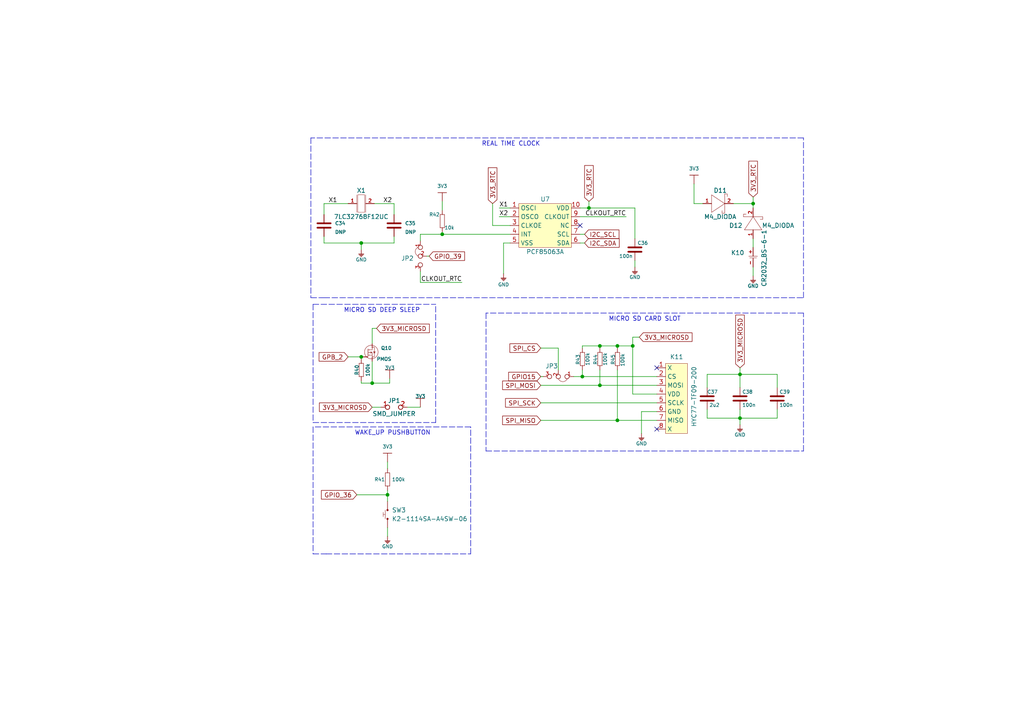
<source format=kicad_sch>
(kicad_sch (version 20211123) (generator eeschema)

  (uuid 45df35ca-0edf-44b6-8e35-4469b48299b6)

  (paper "A4")

  (title_block
    (title "Soldered Inkplate 5")
    (date "2023-07-18")
    (rev "V1.2.0.")
    (company "SOLDERED")
    (comment 1 "333255")
  )

  (lib_symbols
    (symbol "e-radionica.com schematics:0603C" (pin_numbers hide) (pin_names (offset 0.002)) (in_bom yes) (on_board yes)
      (property "Reference" "C" (id 0) (at 0 3.81 0)
        (effects (font (size 1 1)))
      )
      (property "Value" "0603C" (id 1) (at 0 -3.175 0)
        (effects (font (size 1 1)))
      )
      (property "Footprint" "e-radionica.com footprinti:0603C" (id 2) (at 0.635 -4.445 0)
        (effects (font (size 1 1)) hide)
      )
      (property "Datasheet" "" (id 3) (at 0 0 0)
        (effects (font (size 1 1)) hide)
      )
      (symbol "0603C_0_1"
        (polyline
          (pts
            (xy -0.635 1.905)
            (xy -0.635 -1.905)
          )
          (stroke (width 0.5) (type default) (color 0 0 0 0))
          (fill (type none))
        )
        (polyline
          (pts
            (xy 0.635 1.905)
            (xy 0.635 -1.905)
          )
          (stroke (width 0.5) (type default) (color 0 0 0 0))
          (fill (type none))
        )
      )
      (symbol "0603C_1_1"
        (pin passive line (at -3.175 0 0) (length 2.54)
          (name "~" (effects (font (size 1.27 1.27))))
          (number "1" (effects (font (size 1.27 1.27))))
        )
        (pin passive line (at 3.175 0 180) (length 2.54)
          (name "~" (effects (font (size 1.27 1.27))))
          (number "2" (effects (font (size 1.27 1.27))))
        )
      )
    )
    (symbol "e-radionica.com schematics:0603R" (pin_numbers hide) (pin_names (offset 0.254)) (in_bom yes) (on_board yes)
      (property "Reference" "R" (id 0) (at 0 1.27 0)
        (effects (font (size 1 1)))
      )
      (property "Value" "0603R" (id 1) (at 0 -1.905 0)
        (effects (font (size 1 1)))
      )
      (property "Footprint" "e-radionica.com footprinti:0603R" (id 2) (at 0 -3.81 0)
        (effects (font (size 1 1)) hide)
      )
      (property "Datasheet" "" (id 3) (at -0.635 1.905 0)
        (effects (font (size 1 1)) hide)
      )
      (symbol "0603R_0_1"
        (rectangle (start -1.905 -0.635) (end 1.905 -0.6604)
          (stroke (width 0.1) (type default) (color 0 0 0 0))
          (fill (type none))
        )
        (rectangle (start -1.905 0.635) (end -1.8796 -0.635)
          (stroke (width 0.1) (type default) (color 0 0 0 0))
          (fill (type none))
        )
        (rectangle (start -1.905 0.635) (end 1.905 0.6096)
          (stroke (width 0.1) (type default) (color 0 0 0 0))
          (fill (type none))
        )
        (rectangle (start 1.905 0.635) (end 1.9304 -0.635)
          (stroke (width 0.1) (type default) (color 0 0 0 0))
          (fill (type none))
        )
      )
      (symbol "0603R_1_1"
        (pin passive line (at -3.175 0 0) (length 1.27)
          (name "~" (effects (font (size 1.27 1.27))))
          (number "1" (effects (font (size 1.27 1.27))))
        )
        (pin passive line (at 3.175 0 180) (length 1.27)
          (name "~" (effects (font (size 1.27 1.27))))
          (number "2" (effects (font (size 1.27 1.27))))
        )
      )
    )
    (symbol "e-radionica.com schematics:3V3" (power) (pin_names (offset 0)) (in_bom yes) (on_board yes)
      (property "Reference" "#PWR" (id 0) (at 4.445 0 0)
        (effects (font (size 1 1)) hide)
      )
      (property "Value" "3V3" (id 1) (at 0 3.556 0)
        (effects (font (size 1 1)))
      )
      (property "Footprint" "" (id 2) (at 4.445 3.81 0)
        (effects (font (size 1 1)) hide)
      )
      (property "Datasheet" "" (id 3) (at 4.445 3.81 0)
        (effects (font (size 1 1)) hide)
      )
      (property "ki_keywords" "power-flag" (id 4) (at 0 0 0)
        (effects (font (size 1.27 1.27)) hide)
      )
      (property "ki_description" "Power symbol creates a global label with name \"3V3\"" (id 5) (at 0 0 0)
        (effects (font (size 1.27 1.27)) hide)
      )
      (symbol "3V3_0_1"
        (polyline
          (pts
            (xy -1.27 2.54)
            (xy 1.27 2.54)
          )
          (stroke (width 0.16) (type default) (color 0 0 0 0))
          (fill (type none))
        )
        (polyline
          (pts
            (xy 0 0)
            (xy 0 2.54)
          )
          (stroke (width 0) (type default) (color 0 0 0 0))
          (fill (type none))
        )
      )
      (symbol "3V3_1_1"
        (pin power_in line (at 0 0 90) (length 0) hide
          (name "3V3" (effects (font (size 1.27 1.27))))
          (number "1" (effects (font (size 1.27 1.27))))
        )
      )
    )
    (symbol "e-radionica.com schematics:ABS07AIG-32.768KHZ-7-D-T" (in_bom yes) (on_board yes)
      (property "Reference" "X" (id 0) (at 0 3.81 0)
        (effects (font (size 1.27 1.27)))
      )
      (property "Value" "ABS07AIG-32.768KHZ-7-D-T" (id 1) (at 0 -3.81 0)
        (effects (font (size 1.27 1.27)))
      )
      (property "Footprint" "e-radionica.com footprinti:ABS07AIG-32.768KHZ-7-D-T" (id 2) (at 0 0 0)
        (effects (font (size 1.27 1.27)) hide)
      )
      (property "Datasheet" "" (id 3) (at 0 0 0)
        (effects (font (size 1.27 1.27)) hide)
      )
      (symbol "ABS07AIG-32.768KHZ-7-D-T_0_1"
        (polyline
          (pts
            (xy -1.27 2.54)
            (xy -1.27 -2.54)
          )
          (stroke (width 0.0006) (type default) (color 0 0 0 0))
          (fill (type none))
        )
        (polyline
          (pts
            (xy 1.27 2.54)
            (xy 1.27 -2.54)
            (xy 1.27 -1.27)
          )
          (stroke (width 0.0006) (type default) (color 0 0 0 0))
          (fill (type none))
        )
        (polyline
          (pts
            (xy -1.016 2.54)
            (xy -1.016 -2.54)
            (xy 1.016 -2.54)
            (xy 1.016 2.54)
            (xy -1.016 2.54)
            (xy 0.762 2.54)
          )
          (stroke (width 0.0006) (type default) (color 0 0 0 0))
          (fill (type none))
        )
      )
      (symbol "ABS07AIG-32.768KHZ-7-D-T_1_1"
        (pin passive line (at -3.81 0 0) (length 2.54)
          (name "~" (effects (font (size 1 1))))
          (number "1" (effects (font (size 1 1))))
        )
        (pin passive line (at 3.81 0 180) (length 2.54)
          (name "~" (effects (font (size 1 1))))
          (number "2" (effects (font (size 1 1))))
        )
      )
    )
    (symbol "e-radionica.com schematics:CR2032_BS-6-1" (in_bom yes) (on_board yes)
      (property "Reference" "K" (id 0) (at 0 2.54 0)
        (effects (font (size 1.27 1.27)))
      )
      (property "Value" "CR2032_BS-6-1" (id 1) (at 0 -2.54 0)
        (effects (font (size 1.27 1.27)))
      )
      (property "Footprint" "e-radionica.com footprinti:CR2032-BS-6-1" (id 2) (at 0 -5.08 0)
        (effects (font (size 1.27 1.27)) hide)
      )
      (property "Datasheet" "" (id 3) (at 0 0 0)
        (effects (font (size 1.27 1.27)) hide)
      )
      (property "ki_keywords" "CR2032 BS-6" (id 4) (at 0 0 0)
        (effects (font (size 1.27 1.27)) hide)
      )
      (property "ki_description" "CR2032 HOLDER" (id 5) (at 0 0 0)
        (effects (font (size 1.27 1.27)) hide)
      )
      (symbol "CR2032_BS-6-1_0_1"
        (polyline
          (pts
            (xy 0 -1.27)
            (xy 0 1.27)
            (xy 0 -0.762)
          )
          (stroke (width 0.1) (type default) (color 0 0 0 0))
          (fill (type none))
        )
        (polyline
          (pts
            (xy 0.508 1.016)
            (xy 0.508 -1.016)
            (xy 0.508 -0.762)
          )
          (stroke (width 0.1) (type default) (color 0 0 0 0))
          (fill (type none))
        )
      )
      (symbol "CR2032_BS-6-1_1_1"
        (pin input line (at -2.54 0 0) (length 2.54)
          (name "" (effects (font (size 1 1))))
          (number "+" (effects (font (size 1 1))))
        )
        (pin output line (at 3.175 0 180) (length 2.54)
          (name "" (effects (font (size 1 1))))
          (number "-" (effects (font (size 1 1))))
        )
      )
    )
    (symbol "e-radionica.com schematics:GND" (power) (pin_names (offset 0)) (in_bom yes) (on_board yes)
      (property "Reference" "#PWR" (id 0) (at 4.445 0 0)
        (effects (font (size 1 1)) hide)
      )
      (property "Value" "GND" (id 1) (at 0 -2.921 0)
        (effects (font (size 1 1)))
      )
      (property "Footprint" "" (id 2) (at 4.445 3.81 0)
        (effects (font (size 1 1)) hide)
      )
      (property "Datasheet" "" (id 3) (at 4.445 3.81 0)
        (effects (font (size 1 1)) hide)
      )
      (property "ki_keywords" "power-flag" (id 4) (at 0 0 0)
        (effects (font (size 1.27 1.27)) hide)
      )
      (property "ki_description" "Power symbol creates a global label with name \"GND\"" (id 5) (at 0 0 0)
        (effects (font (size 1.27 1.27)) hide)
      )
      (symbol "GND_0_1"
        (polyline
          (pts
            (xy -0.762 -1.27)
            (xy 0.762 -1.27)
          )
          (stroke (width 0.16) (type default) (color 0 0 0 0))
          (fill (type none))
        )
        (polyline
          (pts
            (xy -0.635 -1.524)
            (xy 0.635 -1.524)
          )
          (stroke (width 0.16) (type default) (color 0 0 0 0))
          (fill (type none))
        )
        (polyline
          (pts
            (xy -0.381 -1.778)
            (xy 0.381 -1.778)
          )
          (stroke (width 0.16) (type default) (color 0 0 0 0))
          (fill (type none))
        )
        (polyline
          (pts
            (xy -0.127 -2.032)
            (xy 0.127 -2.032)
          )
          (stroke (width 0.16) (type default) (color 0 0 0 0))
          (fill (type none))
        )
        (polyline
          (pts
            (xy 0 0)
            (xy 0 -1.27)
          )
          (stroke (width 0.16) (type default) (color 0 0 0 0))
          (fill (type none))
        )
      )
      (symbol "GND_1_1"
        (pin power_in line (at 0 0 270) (length 0) hide
          (name "GND" (effects (font (size 1.27 1.27))))
          (number "1" (effects (font (size 1.27 1.27))))
        )
      )
    )
    (symbol "e-radionica.com schematics:HYC77-TF09-200" (in_bom yes) (on_board yes)
      (property "Reference" "K" (id 0) (at 0 11.43 0)
        (effects (font (size 1.27 1.27)))
      )
      (property "Value" "HYC77-TF09-200" (id 1) (at 0 -11.43 0)
        (effects (font (size 1.27 1.27)))
      )
      (property "Footprint" "e-radionica.com footprinti:HYC77-TF09-200" (id 2) (at 0 -13.97 0)
        (effects (font (size 1.27 1.27)) hide)
      )
      (property "Datasheet" "" (id 3) (at -1.27 5.08 0)
        (effects (font (size 1.27 1.27)) hide)
      )
      (property "ki_keywords" "micro SD card holder" (id 4) (at 0 0 0)
        (effects (font (size 1.27 1.27)) hide)
      )
      (property "ki_description" "Micro SDcard holder" (id 5) (at 0 0 0)
        (effects (font (size 1.27 1.27)) hide)
      )
      (symbol "HYC77-TF09-200_0_1"
        (rectangle (start -2.54 10.16) (end 3.81 -10.16)
          (stroke (width 0.1) (type default) (color 0 0 0 0))
          (fill (type background))
        )
      )
      (symbol "HYC77-TF09-200_1_1"
        (pin bidirectional line (at -5.08 8.89 0) (length 2.54)
          (name "X" (effects (font (size 1.27 1.27))))
          (number "1" (effects (font (size 1.27 1.27))))
        )
        (pin bidirectional line (at -5.08 6.35 0) (length 2.54)
          (name "CS" (effects (font (size 1.27 1.27))))
          (number "2" (effects (font (size 1.27 1.27))))
        )
        (pin bidirectional line (at -5.08 3.81 0) (length 2.54)
          (name "MOSI" (effects (font (size 1.27 1.27))))
          (number "3" (effects (font (size 1.27 1.27))))
        )
        (pin bidirectional line (at -5.08 1.27 0) (length 2.54)
          (name "VDD" (effects (font (size 1.27 1.27))))
          (number "4" (effects (font (size 1.27 1.27))))
        )
        (pin bidirectional line (at -5.08 -1.27 0) (length 2.54)
          (name "SCLK" (effects (font (size 1.27 1.27))))
          (number "5" (effects (font (size 1.27 1.27))))
        )
        (pin bidirectional line (at -5.08 -3.81 0) (length 2.54)
          (name "GND" (effects (font (size 1.27 1.27))))
          (number "6" (effects (font (size 1.27 1.27))))
        )
        (pin bidirectional line (at -5.08 -6.35 0) (length 2.54)
          (name "MISO" (effects (font (size 1.27 1.27))))
          (number "7" (effects (font (size 1.27 1.27))))
        )
        (pin bidirectional line (at -5.08 -8.89 0) (length 2.54)
          (name "X" (effects (font (size 1.27 1.27))))
          (number "8" (effects (font (size 1.27 1.27))))
        )
      )
    )
    (symbol "e-radionica.com schematics:K2-1114SA-A4SW-06" (pin_numbers hide) (pin_names hide) (in_bom yes) (on_board yes)
      (property "Reference" "SW" (id 0) (at 0 2.54 0)
        (effects (font (size 1.27 1.27)))
      )
      (property "Value" "K2-1114SA-A4SW-06" (id 1) (at 0 -2.54 0)
        (effects (font (size 1.27 1.27)))
      )
      (property "Footprint" "e-radionica.com footprinti:K2-1114SA-A4SW-06" (id 2) (at 0 -5.08 0)
        (effects (font (size 1.27 1.27)) hide)
      )
      (property "Datasheet" "" (id 3) (at 1.27 17.78 0)
        (effects (font (size 1.27 1.27)) hide)
      )
      (symbol "K2-1114SA-A4SW-06_0_1"
        (circle (center -1.27 0) (radius 0.254)
          (stroke (width 0.001) (type default) (color 0 0 0 0))
          (fill (type outline))
        )
        (polyline
          (pts
            (xy -1.27 0.635)
            (xy 1.27 0.635)
          )
          (stroke (width 0.1) (type default) (color 0 0 0 0))
          (fill (type none))
        )
        (polyline
          (pts
            (xy 0 0.635)
            (xy 0 1.27)
          )
          (stroke (width 0.0006) (type default) (color 0 0 0 0))
          (fill (type none))
        )
        (polyline
          (pts
            (xy 0.635 1.27)
            (xy -0.635 1.27)
          )
          (stroke (width 0.1) (type default) (color 0 0 0 0))
          (fill (type none))
        )
        (circle (center 1.27 0) (radius 0.254)
          (stroke (width 0.001) (type default) (color 0 0 0 0))
          (fill (type outline))
        )
      )
      (symbol "K2-1114SA-A4SW-06_1_1"
        (pin passive line (at -3.81 0 0) (length 2.54)
          (name "~" (effects (font (size 1 1))))
          (number "1" (effects (font (size 1 1))))
        )
        (pin passive line (at 3.81 0 180) (length 2.54)
          (name "~" (effects (font (size 1 1))))
          (number "2" (effects (font (size 1 1))))
        )
      )
    )
    (symbol "e-radionica.com schematics:M4_DIODA" (pin_names hide) (in_bom yes) (on_board yes)
      (property "Reference" "D" (id 0) (at 0 3.81 0)
        (effects (font (size 1.27 1.27)))
      )
      (property "Value" "M4_DIODA" (id 1) (at 0 -4.572 0)
        (effects (font (size 1.27 1.27)))
      )
      (property "Footprint" "e-radionica.com footprinti:M4_DIODA" (id 2) (at 0 -6.35 0)
        (effects (font (size 1.27 1.27)) hide)
      )
      (property "Datasheet" "" (id 3) (at 0 0 0)
        (effects (font (size 1.27 1.27)) hide)
      )
      (symbol "M4_DIODA_0_1"
        (polyline
          (pts
            (xy -2.54 2.54)
            (xy -2.54 -2.54)
            (xy 1.27 0)
            (xy -2.54 2.54)
          )
          (stroke (width 0.1) (type default) (color 0 0 0 0))
          (fill (type none))
        )
        (polyline
          (pts
            (xy 1.27 2.794)
            (xy 1.27 -2.794)
            (xy 0.508 -2.794)
            (xy 0.508 -2.032)
          )
          (stroke (width 0.1) (type default) (color 0 0 0 0))
          (fill (type none))
        )
        (polyline
          (pts
            (xy 1.27 2.794)
            (xy 2.032 2.794)
            (xy 2.032 2.032)
            (xy 2.032 2.54)
          )
          (stroke (width 0.1) (type default) (color 0 0 0 0))
          (fill (type none))
        )
      )
      (symbol "M4_DIODA_1_1"
        (pin passive line (at -5.08 0 0) (length 2.54)
          (name "A" (effects (font (size 1 1))))
          (number "1" (effects (font (size 1 1))))
        )
        (pin passive line (at 3.81 0 180) (length 2.54)
          (name "K" (effects (font (size 1 1))))
          (number "2" (effects (font (size 1 1))))
        )
      )
    )
    (symbol "e-radionica.com schematics:PCF85063A" (in_bom yes) (on_board yes)
      (property "Reference" "U" (id 0) (at 0 7.62 0)
        (effects (font (size 1.27 1.27)))
      )
      (property "Value" "PCF85063A" (id 1) (at 0 -7.62 0)
        (effects (font (size 1.27 1.27)))
      )
      (property "Footprint" "e-radionica.com footprinti:PCF85063A" (id 2) (at 0 -10.16 0)
        (effects (font (size 1.27 1.27)) hide)
      )
      (property "Datasheet" "" (id 3) (at -6.35 2.54 0)
        (effects (font (size 1.27 1.27)) hide)
      )
      (symbol "PCF85063A_0_1"
        (rectangle (start -7.62 6.35) (end 7.62 -6.35)
          (stroke (width 0.1) (type default) (color 0 0 0 0))
          (fill (type background))
        )
      )
      (symbol "PCF85063A_1_1"
        (pin passive line (at -10.16 5.08 0) (length 2.54)
          (name "OSCI" (effects (font (size 1.27 1.27))))
          (number "1" (effects (font (size 1.27 1.27))))
        )
        (pin passive line (at 10.16 5.08 180) (length 2.54)
          (name "VDD" (effects (font (size 1.27 1.27))))
          (number "10" (effects (font (size 1.27 1.27))))
        )
        (pin passive line (at -10.16 2.54 0) (length 2.54)
          (name "OSCO" (effects (font (size 1.27 1.27))))
          (number "2" (effects (font (size 1.27 1.27))))
        )
        (pin passive line (at -10.16 0 0) (length 2.54)
          (name "CLKOE" (effects (font (size 1.27 1.27))))
          (number "3" (effects (font (size 1.27 1.27))))
        )
        (pin passive line (at -10.16 -2.54 0) (length 2.54)
          (name "INT" (effects (font (size 1.27 1.27))))
          (number "4" (effects (font (size 1.27 1.27))))
        )
        (pin passive line (at -10.16 -5.08 0) (length 2.54)
          (name "VSS" (effects (font (size 1.27 1.27))))
          (number "5" (effects (font (size 1.27 1.27))))
        )
        (pin passive line (at 10.16 -5.08 180) (length 2.54)
          (name "SDA" (effects (font (size 1.27 1.27))))
          (number "6" (effects (font (size 1.27 1.27))))
        )
        (pin passive line (at 10.16 -2.54 180) (length 2.54)
          (name "SCL" (effects (font (size 1.27 1.27))))
          (number "7" (effects (font (size 1.27 1.27))))
        )
        (pin passive line (at 10.16 0 180) (length 2.54)
          (name "NC" (effects (font (size 1.27 1.27))))
          (number "8" (effects (font (size 1.27 1.27))))
        )
        (pin passive line (at 10.16 2.54 180) (length 2.54)
          (name "CLKOUT" (effects (font (size 1.27 1.27))))
          (number "9" (effects (font (size 1.27 1.27))))
        )
      )
    )
    (symbol "e-radionica.com schematics:PMOS-SOT-23-3" (pin_numbers hide) (pin_names hide) (in_bom yes) (on_board yes)
      (property "Reference" "Q" (id 0) (at -1.27 2.54 0)
        (effects (font (size 1 1)))
      )
      (property "Value" "PMOS-SOT-23-3" (id 1) (at 0.381 -4.064 0)
        (effects (font (size 1 1)))
      )
      (property "Footprint" "e-radionica.com footprinti:SOT-23-3" (id 2) (at 1.27 -7.62 0)
        (effects (font (size 1 1)) hide)
      )
      (property "Datasheet" "" (id 3) (at 0 0 0)
        (effects (font (size 1 1)) hide)
      )
      (symbol "PMOS-SOT-23-3_0_1"
        (polyline
          (pts
            (xy 0 -1.27)
            (xy 0 1.016)
          )
          (stroke (width 0.1) (type default) (color 0 0 0 0))
          (fill (type none))
        )
        (polyline
          (pts
            (xy 0.254 -1.016)
            (xy 0.254 -0.508)
          )
          (stroke (width 0.1) (type default) (color 0 0 0 0))
          (fill (type none))
        )
        (polyline
          (pts
            (xy 0.254 -0.762)
            (xy 1.27 -0.762)
          )
          (stroke (width 0.1) (type default) (color 0 0 0 0))
          (fill (type none))
        )
        (polyline
          (pts
            (xy 0.254 -0.254)
            (xy 0.254 0.254)
          )
          (stroke (width 0.1) (type default) (color 0 0 0 0))
          (fill (type none))
        )
        (polyline
          (pts
            (xy 0.254 0.762)
            (xy 1.27 0.762)
          )
          (stroke (width 0.1) (type default) (color 0 0 0 0))
          (fill (type none))
        )
        (polyline
          (pts
            (xy 0.254 1.016)
            (xy 0.254 0.508)
          )
          (stroke (width 0.1) (type default) (color 0 0 0 0))
          (fill (type none))
        )
        (polyline
          (pts
            (xy 1.27 -1.27)
            (xy 1.27 -0.762)
          )
          (stroke (width 0.1) (type default) (color 0 0 0 0))
          (fill (type none))
        )
        (polyline
          (pts
            (xy 1.27 0.762)
            (xy 1.27 1.27)
          )
          (stroke (width 0.1) (type default) (color 0 0 0 0))
          (fill (type none))
        )
        (polyline
          (pts
            (xy 2.159 -0.127)
            (xy 1.651 -0.127)
          )
          (stroke (width 0.1) (type default) (color 0 0 0 0))
          (fill (type none))
        )
        (polyline
          (pts
            (xy 2.159 0.254)
            (xy 1.905 -0.127)
          )
          (stroke (width 0.1) (type default) (color 0 0 0 0))
          (fill (type none))
        )
        (polyline
          (pts
            (xy 0.254 0)
            (xy 1.27 0)
            (xy 1.27 -0.762)
          )
          (stroke (width 0.1) (type default) (color 0 0 0 0))
          (fill (type none))
        )
        (polyline
          (pts
            (xy 2.159 0.254)
            (xy 1.651 0.254)
            (xy 1.905 -0.127)
          )
          (stroke (width 0.1) (type default) (color 0 0 0 0))
          (fill (type none))
        )
        (polyline
          (pts
            (xy 1.143 0)
            (xy 0.889 -0.254)
            (xy 0.889 0.254)
            (xy 1.143 0)
          )
          (stroke (width 0.1) (type default) (color 0 0 0 0))
          (fill (type none))
        )
        (polyline
          (pts
            (xy 1.27 -1.27)
            (xy 1.905 -1.27)
            (xy 1.905 1.524)
            (xy 1.27 1.524)
          )
          (stroke (width 0.1) (type default) (color 0 0 0 0))
          (fill (type none))
        )
        (circle (center 1.016 0.127) (radius 1.9716)
          (stroke (width 0.1) (type default) (color 0 0 0 0))
          (fill (type none))
        )
      )
      (symbol "PMOS-SOT-23-3_1_1"
        (pin passive line (at -1.27 -1.27 0) (length 1.27)
          (name "G" (effects (font (size 1 1))))
          (number "1" (effects (font (size 1 1))))
        )
        (pin passive line (at 1.27 -2.54 90) (length 1.27)
          (name "S" (effects (font (size 1 1))))
          (number "2" (effects (font (size 1 1))))
        )
        (pin passive line (at 1.27 2.54 270) (length 1.27)
          (name "D" (effects (font (size 1 1))))
          (number "3" (effects (font (size 1 1))))
        )
      )
    )
    (symbol "e-radionica.com schematics:SMD_JUMPER" (in_bom yes) (on_board yes)
      (property "Reference" "JP" (id 0) (at 0 1.397 0)
        (effects (font (size 1.27 1.27)))
      )
      (property "Value" "SMD_JUMPER" (id 1) (at 0 -2.54 0)
        (effects (font (size 1.27 1.27)))
      )
      (property "Footprint" "e-radionica.com footprinti:SMD_JUMPER" (id 2) (at 0 -5.08 0)
        (effects (font (size 1.27 1.27)) hide)
      )
      (property "Datasheet" "" (id 3) (at 0 0 0)
        (effects (font (size 1.27 1.27)) hide)
      )
      (symbol "SMD_JUMPER_1_1"
        (pin passive inverted (at -3.81 0 0) (length 2.54)
          (name "" (effects (font (size 1.27 1.27))))
          (number "1" (effects (font (size 1.27 1.27))))
        )
        (pin passive inverted (at 3.81 0 180) (length 2.54)
          (name "" (effects (font (size 1.27 1.27))))
          (number "2" (effects (font (size 1.27 1.27))))
        )
      )
    )
    (symbol "e-radionica.com schematics:SMD_JUMPER_3_PAD_CONNECTED_LEFT_TRACE" (in_bom yes) (on_board yes)
      (property "Reference" "JP" (id 0) (at 0 3.81 0)
        (effects (font (size 1.27 1.27)))
      )
      (property "Value" "SMD_JUMPER_3_PAD_CONNECTED_LEFT_TRACE" (id 1) (at -1.27 -7.62 0)
        (effects (font (size 1.27 1.27)) hide)
      )
      (property "Footprint" "e-radionica.com footprinti:SMD_JUMPER_3_PAD_CONNECTED_LEFT_TRACE" (id 2) (at 2.54 -12.7 0)
        (effects (font (size 1.27 1.27)) hide)
      )
      (property "Datasheet" "" (id 3) (at 0 0 0)
        (effects (font (size 1.27 1.27)) hide)
      )
      (symbol "SMD_JUMPER_3_PAD_CONNECTED_LEFT_TRACE_0_1"
        (arc (start -0.635 0.5842) (mid -1.9346 1.472) (end -3.2512 0.6096)
          (stroke (width 0.1) (type default) (color 0 0 0 0))
          (fill (type none))
        )
      )
      (symbol "SMD_JUMPER_3_PAD_CONNECTED_LEFT_TRACE_1_1"
        (pin passive inverted (at -5.08 0 0) (length 2.54)
          (name "" (effects (font (size 1 1))))
          (number "1" (effects (font (size 1 1))))
        )
        (pin passive inverted (at -0.635 -1.905 90) (length 2.54)
          (name "" (effects (font (size 1 1))))
          (number "2" (effects (font (size 1 1))))
        )
        (pin passive inverted (at 3.81 0 180) (length 2.54)
          (name "" (effects (font (size 1 1))))
          (number "3" (effects (font (size 1 1))))
        )
      )
    )
  )

  (junction (at 168.91 109.22) (diameter 0) (color 0 0 0 0)
    (uuid 02221e33-0d7c-4543-90ea-fa550d5331bf)
  )
  (junction (at 104.775 70.485) (diameter 0) (color 0 0 0 0)
    (uuid 0596a153-a890-430d-b8ed-9162a92137dd)
  )
  (junction (at 128.27 67.945) (diameter 0) (color 0 0 0 0)
    (uuid 14cde9f6-1321-4163-a4c3-b1a295d95285)
  )
  (junction (at 170.815 60.325) (diameter 0) (color 0 0 0 0)
    (uuid 1d6ba148-afde-4aef-acfc-fb7f605b2226)
  )
  (junction (at 214.63 121.285) (diameter 0) (color 0 0 0 0)
    (uuid 21ebd737-2649-4688-87ce-786b48992029)
  )
  (junction (at 183.515 100.33) (diameter 0) (color 0 0 0 0)
    (uuid 2ba1828a-5c49-4399-8cf5-9e2a45b5cae3)
  )
  (junction (at 112.395 143.51) (diameter 0) (color 0 0 0 0)
    (uuid 4b8971c1-3552-4df7-a50d-7da390de52e4)
  )
  (junction (at 104.775 103.505) (diameter 0) (color 0 0 0 0)
    (uuid 53f3c9ad-d277-4268-861e-0d735088ae31)
  )
  (junction (at 218.44 59.055) (diameter 0) (color 0 0 0 0)
    (uuid 636be0dd-c1f9-4a1d-9ffc-855cf4fc282e)
  )
  (junction (at 179.07 100.33) (diameter 0) (color 0 0 0 0)
    (uuid 63d4b67d-0690-4622-a80a-84de4a017f83)
  )
  (junction (at 179.07 121.92) (diameter 0) (color 0 0 0 0)
    (uuid 64cbadae-81b4-4ed7-88cc-ccd781f80c7b)
  )
  (junction (at 173.99 111.76) (diameter 0) (color 0 0 0 0)
    (uuid 7236d7c0-469b-4862-887c-5d741cbe2de8)
  )
  (junction (at 173.99 100.33) (diameter 0) (color 0 0 0 0)
    (uuid 8bbc5e59-435a-4bdd-b3b9-662d12c22d58)
  )
  (junction (at 107.95 111.125) (diameter 0) (color 0 0 0 0)
    (uuid 91efad35-6981-401d-a1a4-37a2b870d077)
  )
  (junction (at 214.63 108.585) (diameter 0) (color 0 0 0 0)
    (uuid e9b8670d-f7f4-4aed-9f82-16efccbe2727)
  )

  (no_connect (at 168.275 65.405) (uuid 30f30346-6dcc-4a4c-996d-f2ccbfc8d1e5))
  (no_connect (at 190.5 124.46) (uuid 4fdf9687-36db-4317-815e-c731d9787c6b))
  (no_connect (at 190.5 106.68) (uuid c52f4d12-e413-4d49-9379-d902dec22e9c))

  (polyline (pts (xy 90.17 86.36) (xy 93.98 86.36))
    (stroke (width 0) (type default) (color 0 0 0 0))
    (uuid 011b388a-bcc7-4e31-b47a-3fcf12eda7f4)
  )

  (wire (pts (xy 156.845 121.92) (xy 179.07 121.92))
    (stroke (width 0) (type default) (color 0 0 0 0))
    (uuid 0374c5c9-14be-496c-b162-436b538e8b81)
  )
  (wire (pts (xy 124.46 74.295) (xy 123.825 74.295))
    (stroke (width 0) (type default) (color 0 0 0 0))
    (uuid 04b0fd5f-ad88-4731-99c3-892258aea71e)
  )
  (wire (pts (xy 225.425 112.395) (xy 225.425 108.585))
    (stroke (width 0) (type default) (color 0 0 0 0))
    (uuid 09f645f4-ffea-4f0b-ac69-2db8cf5b9da5)
  )
  (wire (pts (xy 112.395 133.985) (xy 112.395 135.89))
    (stroke (width 0) (type default) (color 0 0 0 0))
    (uuid 0a1e845b-9d23-42a8-8c4d-98f8e8f3cddc)
  )
  (wire (pts (xy 205.105 118.745) (xy 205.105 121.285))
    (stroke (width 0) (type default) (color 0 0 0 0))
    (uuid 0c33dfe6-4bf3-4bb6-afe0-daa346cba8ce)
  )
  (polyline (pts (xy 136.525 123.825) (xy 90.805 123.825))
    (stroke (width 0) (type default) (color 0 0 0 0))
    (uuid 11444174-d0b1-4a69-8a95-3b06f69c046f)
  )

  (wire (pts (xy 201.295 53.34) (xy 201.295 59.055))
    (stroke (width 0) (type default) (color 0 0 0 0))
    (uuid 13886cbb-ef96-4408-b70f-e18bc2b92c73)
  )
  (wire (pts (xy 173.99 100.33) (xy 173.99 100.965))
    (stroke (width 0) (type default) (color 0 0 0 0))
    (uuid 1557b237-bcbb-4508-aadd-a6b58cfb5833)
  )
  (wire (pts (xy 104.775 103.505) (xy 104.775 104.14))
    (stroke (width 0) (type default) (color 0 0 0 0))
    (uuid 174bb2f5-edf9-40b1-ad09-4c6da7fb524b)
  )
  (wire (pts (xy 183.515 100.33) (xy 179.07 100.33))
    (stroke (width 0) (type default) (color 0 0 0 0))
    (uuid 19f7de9a-5eaa-4fd2-8ec1-16043b872f2e)
  )
  (wire (pts (xy 173.99 111.76) (xy 190.5 111.76))
    (stroke (width 0) (type default) (color 0 0 0 0))
    (uuid 1ade3cf8-4a05-4f1d-9e9c-9a9dec1b9dac)
  )
  (wire (pts (xy 214.63 123.19) (xy 214.63 121.285))
    (stroke (width 0) (type default) (color 0 0 0 0))
    (uuid 1b47dc2f-6b70-4f1a-a890-0b42c1d86b98)
  )
  (wire (pts (xy 168.91 100.33) (xy 173.99 100.33))
    (stroke (width 0) (type default) (color 0 0 0 0))
    (uuid 1eafa4a0-34d4-4eb2-af41-c0c6edff9405)
  )
  (wire (pts (xy 205.105 121.285) (xy 214.63 121.285))
    (stroke (width 0) (type default) (color 0 0 0 0))
    (uuid 2115b58f-4c1a-4ee3-b052-330b209dcb6e)
  )
  (wire (pts (xy 113.03 111.125) (xy 107.95 111.125))
    (stroke (width 0) (type default) (color 0 0 0 0))
    (uuid 2175fb59-b9fe-44c2-a4ca-358a96fc7c16)
  )
  (wire (pts (xy 168.91 107.315) (xy 168.91 109.22))
    (stroke (width 0) (type default) (color 0 0 0 0))
    (uuid 228fcda8-3181-43ea-b418-88999f9210c8)
  )
  (wire (pts (xy 114.3 68.58) (xy 114.3 70.485))
    (stroke (width 0) (type default) (color 0 0 0 0))
    (uuid 236f9e95-1b22-42f6-a734-b1b609cf5ee6)
  )
  (wire (pts (xy 179.07 121.92) (xy 190.5 121.92))
    (stroke (width 0) (type default) (color 0 0 0 0))
    (uuid 24798056-be31-4e31-9c02-071d52b1e75d)
  )
  (wire (pts (xy 128.27 67.31) (xy 128.27 67.945))
    (stroke (width 0) (type default) (color 0 0 0 0))
    (uuid 258f0ee9-ef23-4a4c-9eb9-7569184580c5)
  )
  (wire (pts (xy 218.44 57.15) (xy 218.44 59.055))
    (stroke (width 0) (type default) (color 0 0 0 0))
    (uuid 2870f915-06ed-42be-ab37-e3bee6b18138)
  )
  (polyline (pts (xy 233.045 130.81) (xy 233.045 90.805))
    (stroke (width 0) (type default) (color 0 0 0 0))
    (uuid 28a3cf46-642b-435c-9e05-a0f3f9282ab6)
  )

  (wire (pts (xy 186.055 119.38) (xy 186.055 125.73))
    (stroke (width 0) (type default) (color 0 0 0 0))
    (uuid 2b457bca-1b31-4940-94e8-40374ab44feb)
  )
  (wire (pts (xy 184.15 69.215) (xy 184.15 60.325))
    (stroke (width 0) (type default) (color 0 0 0 0))
    (uuid 2c38bc95-61a7-49e1-8efa-9a6a895659a2)
  )
  (wire (pts (xy 103.505 143.51) (xy 112.395 143.51))
    (stroke (width 0) (type default) (color 0 0 0 0))
    (uuid 2d31e7e0-8ff8-4473-a7b8-8509d2318a76)
  )
  (wire (pts (xy 156.845 116.84) (xy 190.5 116.84))
    (stroke (width 0) (type default) (color 0 0 0 0))
    (uuid 34bee153-b2ed-45bd-94d1-a6e16cdd0f00)
  )
  (wire (pts (xy 201.295 59.055) (xy 203.835 59.055))
    (stroke (width 0) (type default) (color 0 0 0 0))
    (uuid 36be91a6-8044-4ebf-9721-6a55c507003b)
  )
  (wire (pts (xy 128.27 58.42) (xy 128.27 60.96))
    (stroke (width 0) (type default) (color 0 0 0 0))
    (uuid 36e5c0d0-716b-4e00-869b-683d0aa68edf)
  )
  (wire (pts (xy 214.63 118.745) (xy 214.63 121.285))
    (stroke (width 0) (type default) (color 0 0 0 0))
    (uuid 37a78b91-9ab5-46ac-82dc-a39451a37513)
  )
  (wire (pts (xy 104.775 111.125) (xy 107.95 111.125))
    (stroke (width 0) (type default) (color 0 0 0 0))
    (uuid 38e03c1b-5ff1-4518-8456-946d217543c3)
  )
  (polyline (pts (xy 90.805 88.265) (xy 90.805 122.555))
    (stroke (width 0) (type default) (color 0 0 0 0))
    (uuid 3b8f1d8e-bbb2-4d14-863c-4ceb71184c03)
  )
  (polyline (pts (xy 136.525 160.655) (xy 136.525 123.825))
    (stroke (width 0) (type default) (color 0 0 0 0))
    (uuid 3bb2ef8a-5a9d-4c4d-b3ac-7c88f41d3a8b)
  )
  (polyline (pts (xy 126.365 122.555) (xy 126.365 88.265))
    (stroke (width 0) (type default) (color 0 0 0 0))
    (uuid 3bf784e4-13d1-4c28-9bab-a412be1193f0)
  )

  (wire (pts (xy 161.925 100.965) (xy 161.925 107.315))
    (stroke (width 0) (type default) (color 0 0 0 0))
    (uuid 3f205587-e28d-4527-bb7e-5de5deed6845)
  )
  (wire (pts (xy 156.845 100.965) (xy 161.925 100.965))
    (stroke (width 0) (type default) (color 0 0 0 0))
    (uuid 4f66348d-357a-4029-902e-b246a3ec4e40)
  )
  (wire (pts (xy 108.585 59.055) (xy 114.3 59.055))
    (stroke (width 0) (type default) (color 0 0 0 0))
    (uuid 552ac8d5-d656-4a5d-a598-728c5b765d67)
  )
  (polyline (pts (xy 90.805 122.555) (xy 126.365 122.555))
    (stroke (width 0) (type default) (color 0 0 0 0))
    (uuid 561ea4bc-79dc-4a87-94bb-c7a74bfdd7ec)
  )

  (wire (pts (xy 107.95 104.775) (xy 107.95 111.125))
    (stroke (width 0) (type default) (color 0 0 0 0))
    (uuid 5754bbe5-234f-4b9c-a269-f4a6b6b47c64)
  )
  (polyline (pts (xy 233.045 40.005) (xy 90.17 40.005))
    (stroke (width 0) (type default) (color 0 0 0 0))
    (uuid 58102d28-e2c7-4aed-8736-506ba5bcd129)
  )

  (wire (pts (xy 179.07 100.33) (xy 173.99 100.33))
    (stroke (width 0) (type default) (color 0 0 0 0))
    (uuid 635fab2f-dc91-4176-8ef6-a09c00e75b3a)
  )
  (wire (pts (xy 107.95 95.25) (xy 109.22 95.25))
    (stroke (width 0) (type default) (color 0 0 0 0))
    (uuid 657caefb-01a5-4ccf-aa63-8b5b610b5eaa)
  )
  (wire (pts (xy 170.815 58.42) (xy 170.815 60.325))
    (stroke (width 0) (type default) (color 0 0 0 0))
    (uuid 66fb411a-c4da-47eb-b5c9-650175e89963)
  )
  (wire (pts (xy 179.07 107.315) (xy 179.07 121.92))
    (stroke (width 0) (type default) (color 0 0 0 0))
    (uuid 69dcb8fb-dcd7-432f-a076-b1d775368f38)
  )
  (wire (pts (xy 218.44 69.215) (xy 218.44 71.755))
    (stroke (width 0) (type default) (color 0 0 0 0))
    (uuid 69ebe4db-cee9-4eb6-a2d3-44ea980f33e0)
  )
  (wire (pts (xy 185.42 97.79) (xy 183.515 97.79))
    (stroke (width 0) (type default) (color 0 0 0 0))
    (uuid 704256f0-0c24-4025-89f1-edf2470e4b5a)
  )
  (wire (pts (xy 104.775 103.505) (xy 105.41 103.505))
    (stroke (width 0) (type default) (color 0 0 0 0))
    (uuid 735b4497-34c9-47f7-8198-05ba200cf6c3)
  )
  (wire (pts (xy 168.275 70.485) (xy 169.545 70.485))
    (stroke (width 0) (type default) (color 0 0 0 0))
    (uuid 75c2f719-7efe-4de6-8a86-1974f9635f84)
  )
  (wire (pts (xy 113.03 109.855) (xy 113.03 111.125))
    (stroke (width 0) (type default) (color 0 0 0 0))
    (uuid 774e3b59-2606-47cd-814d-0b1a4f5f48b1)
  )
  (wire (pts (xy 112.395 143.51) (xy 112.395 145.415))
    (stroke (width 0) (type default) (color 0 0 0 0))
    (uuid 7d67dbaa-304c-4925-a8ff-84338a823ec0)
  )
  (wire (pts (xy 146.05 70.485) (xy 146.05 79.375))
    (stroke (width 0) (type default) (color 0 0 0 0))
    (uuid 80a19a7b-f626-4f7f-8072-0aeb36c277b5)
  )
  (wire (pts (xy 183.515 97.79) (xy 183.515 100.33))
    (stroke (width 0) (type default) (color 0 0 0 0))
    (uuid 86f4694c-9c97-4ea2-9566-b4a6f835b030)
  )
  (wire (pts (xy 147.955 65.405) (xy 142.875 65.405))
    (stroke (width 0) (type default) (color 0 0 0 0))
    (uuid 89a86cfa-8f96-44ae-bb7d-93f5f11d3c7f)
  )
  (wire (pts (xy 107.95 99.695) (xy 107.95 95.25))
    (stroke (width 0) (type default) (color 0 0 0 0))
    (uuid 8a7ffbb8-ea4b-4be8-b1d2-7ea9f3666322)
  )
  (wire (pts (xy 107.95 118.11) (xy 110.49 118.11))
    (stroke (width 0) (type default) (color 0 0 0 0))
    (uuid 8adbe2df-3931-415c-8c67-1d88e98e1b12)
  )
  (wire (pts (xy 114.3 59.055) (xy 114.3 62.23))
    (stroke (width 0) (type default) (color 0 0 0 0))
    (uuid 8b037579-1946-4b86-b49f-f2a73102715d)
  )
  (wire (pts (xy 121.92 69.85) (xy 121.92 67.945))
    (stroke (width 0) (type default) (color 0 0 0 0))
    (uuid 8dc62178-6ab7-4bf6-904f-dea074ae577e)
  )
  (wire (pts (xy 183.515 114.3) (xy 190.5 114.3))
    (stroke (width 0) (type default) (color 0 0 0 0))
    (uuid 8df668b9-966f-4388-9b1e-96d9d1e59d19)
  )
  (wire (pts (xy 100.965 103.505) (xy 104.775 103.505))
    (stroke (width 0) (type default) (color 0 0 0 0))
    (uuid 90868ab9-0185-4ebb-ad69-880fb84ced0b)
  )
  (wire (pts (xy 190.5 119.38) (xy 186.055 119.38))
    (stroke (width 0) (type default) (color 0 0 0 0))
    (uuid 967de7e9-9c42-4cac-8c89-4e7102448ba0)
  )
  (wire (pts (xy 147.955 70.485) (xy 146.05 70.485))
    (stroke (width 0) (type default) (color 0 0 0 0))
    (uuid 9715c875-654c-4099-a315-cf225e54403e)
  )
  (wire (pts (xy 128.27 67.945) (xy 147.955 67.945))
    (stroke (width 0) (type default) (color 0 0 0 0))
    (uuid 97bd9714-3d1b-4f96-8078-0f55c85e36bd)
  )
  (wire (pts (xy 168.275 62.865) (xy 181.61 62.865))
    (stroke (width 0) (type default) (color 0 0 0 0))
    (uuid 990f0d0f-5b7a-4a40-ab3f-ad4bc932e72d)
  )
  (wire (pts (xy 156.845 111.76) (xy 173.99 111.76))
    (stroke (width 0) (type default) (color 0 0 0 0))
    (uuid 9a370aba-4ed3-4946-9d07-ce03eee1ecbb)
  )
  (wire (pts (xy 225.425 108.585) (xy 214.63 108.585))
    (stroke (width 0) (type default) (color 0 0 0 0))
    (uuid a3afd594-9fbe-482e-aef6-6b4b63d18b5c)
  )
  (wire (pts (xy 104.775 70.485) (xy 114.3 70.485))
    (stroke (width 0) (type default) (color 0 0 0 0))
    (uuid a4a1a6e3-4760-4168-8ef8-1a419ab70259)
  )
  (wire (pts (xy 156.845 109.22) (xy 157.48 109.22))
    (stroke (width 0) (type default) (color 0 0 0 0))
    (uuid ac062ee0-a6f8-4369-9f67-fed205893c9f)
  )
  (wire (pts (xy 144.78 60.325) (xy 147.955 60.325))
    (stroke (width 0) (type default) (color 0 0 0 0))
    (uuid ac8e21f9-e1ef-4589-a5a8-9a254cf1f54c)
  )
  (wire (pts (xy 214.63 108.585) (xy 214.63 112.395))
    (stroke (width 0) (type default) (color 0 0 0 0))
    (uuid ae37c08e-e6f0-4dc8-9078-ccfa41e05170)
  )
  (wire (pts (xy 121.92 67.945) (xy 128.27 67.945))
    (stroke (width 0) (type default) (color 0 0 0 0))
    (uuid b01fae27-2cf9-4a5b-a1ac-6fa4bf95311e)
  )
  (polyline (pts (xy 94.615 160.655) (xy 136.525 160.655))
    (stroke (width 0) (type default) (color 0 0 0 0))
    (uuid b166b9e4-091c-4a7e-90b2-d3f5acfbd1ee)
  )

  (wire (pts (xy 184.15 60.325) (xy 170.815 60.325))
    (stroke (width 0) (type default) (color 0 0 0 0))
    (uuid b20e13ab-f481-4c3d-8bc1-12fc19c29a02)
  )
  (wire (pts (xy 144.78 62.865) (xy 147.955 62.865))
    (stroke (width 0) (type default) (color 0 0 0 0))
    (uuid b32bc98f-e81b-46e1-a6ae-a986761f3972)
  )
  (wire (pts (xy 142.875 59.055) (xy 142.875 65.405))
    (stroke (width 0) (type default) (color 0 0 0 0))
    (uuid b4a15c48-ea14-429e-98e0-ae3dae6fa782)
  )
  (wire (pts (xy 205.105 108.585) (xy 214.63 108.585))
    (stroke (width 0) (type default) (color 0 0 0 0))
    (uuid bc8a2400-9ef4-46e2-a709-1a7c89abdf50)
  )
  (wire (pts (xy 212.725 59.055) (xy 218.44 59.055))
    (stroke (width 0) (type default) (color 0 0 0 0))
    (uuid bc93a20b-643c-4278-92ad-c5a700bff4c5)
  )
  (wire (pts (xy 121.92 81.915) (xy 133.985 81.915))
    (stroke (width 0) (type default) (color 0 0 0 0))
    (uuid bcb829b8-79b8-4246-b6a0-7cd46cfbe1f4)
  )
  (polyline (pts (xy 90.805 123.825) (xy 90.805 160.655))
    (stroke (width 0) (type default) (color 0 0 0 0))
    (uuid c0202a38-7d84-4151-b66f-8c0fae773476)
  )
  (polyline (pts (xy 233.045 86.36) (xy 233.045 40.005))
    (stroke (width 0) (type default) (color 0 0 0 0))
    (uuid c1e98a26-aef0-4b26-b34f-a20ae3bdf0af)
  )

  (wire (pts (xy 93.98 70.485) (xy 104.775 70.485))
    (stroke (width 0) (type default) (color 0 0 0 0))
    (uuid c7dae53a-5a5d-4a2f-bb7d-1fb059d69f4f)
  )
  (wire (pts (xy 93.98 59.055) (xy 100.965 59.055))
    (stroke (width 0) (type default) (color 0 0 0 0))
    (uuid cb82e3b6-8a17-42cc-b9fd-d2ccaea77581)
  )
  (wire (pts (xy 179.07 100.33) (xy 179.07 100.965))
    (stroke (width 0) (type default) (color 0 0 0 0))
    (uuid cb8ea237-3269-4474-abd8-07b977a2fd19)
  )
  (wire (pts (xy 218.44 59.055) (xy 218.44 60.325))
    (stroke (width 0) (type default) (color 0 0 0 0))
    (uuid cff9b9aa-a3ea-4dd8-adb8-c4a6d41f9858)
  )
  (wire (pts (xy 168.91 109.22) (xy 190.5 109.22))
    (stroke (width 0) (type default) (color 0 0 0 0))
    (uuid d12ab9b4-beb9-4365-be19-2d45769638a1)
  )
  (wire (pts (xy 104.775 110.49) (xy 104.775 111.125))
    (stroke (width 0) (type default) (color 0 0 0 0))
    (uuid d23e986b-9d96-44d9-85fd-52ed02adb729)
  )
  (wire (pts (xy 93.98 68.58) (xy 93.98 70.485))
    (stroke (width 0) (type default) (color 0 0 0 0))
    (uuid d4994c60-fc43-4e9f-8c28-0e9981bb4806)
  )
  (wire (pts (xy 218.44 77.47) (xy 218.44 80.01))
    (stroke (width 0) (type default) (color 0 0 0 0))
    (uuid d4fc88c0-7c76-4378-8af7-f94dcb172ed4)
  )
  (wire (pts (xy 104.775 70.485) (xy 104.775 72.39))
    (stroke (width 0) (type default) (color 0 0 0 0))
    (uuid d5cc8879-2f37-4d66-a150-b27147f58bbe)
  )
  (polyline (pts (xy 233.045 90.805) (xy 140.97 90.805))
    (stroke (width 0) (type default) (color 0 0 0 0))
    (uuid d98d6961-3ca5-4a7d-b7bd-db91815d05e8)
  )
  (polyline (pts (xy 93.98 86.36) (xy 233.045 86.36))
    (stroke (width 0) (type default) (color 0 0 0 0))
    (uuid d9ccb05c-6e2e-477e-b92a-b331323f8434)
  )
  (polyline (pts (xy 90.805 160.655) (xy 94.615 160.655))
    (stroke (width 0) (type default) (color 0 0 0 0))
    (uuid dea8f301-25fc-46df-b734-7e422a9e2a82)
  )
  (polyline (pts (xy 140.97 130.81) (xy 233.045 130.81))
    (stroke (width 0) (type default) (color 0 0 0 0))
    (uuid e4515655-fc36-41a5-8a3b-5774889d99e1)
  )

  (wire (pts (xy 168.91 100.33) (xy 168.91 100.965))
    (stroke (width 0) (type default) (color 0 0 0 0))
    (uuid e87fd5a6-0920-487a-8811-2050cf6ade3c)
  )
  (wire (pts (xy 112.395 153.035) (xy 112.395 155.575))
    (stroke (width 0) (type default) (color 0 0 0 0))
    (uuid e98ff514-bf57-47b4-833e-9dba60b5de4f)
  )
  (polyline (pts (xy 90.17 40.005) (xy 90.17 86.36))
    (stroke (width 0) (type default) (color 0 0 0 0))
    (uuid ebf7bf6a-a000-441a-bc6c-525be9469dc0)
  )

  (wire (pts (xy 168.275 67.945) (xy 169.545 67.945))
    (stroke (width 0) (type default) (color 0 0 0 0))
    (uuid ec978171-db07-4ae7-8cac-8df46e2c4869)
  )
  (wire (pts (xy 166.37 109.22) (xy 168.91 109.22))
    (stroke (width 0) (type default) (color 0 0 0 0))
    (uuid ee20067d-78ec-4233-b57d-53055f169c6d)
  )
  (polyline (pts (xy 90.805 88.265) (xy 126.365 88.265))
    (stroke (width 0) (type default) (color 0 0 0 0))
    (uuid ef74101c-e6b3-4672-b673-88b9a08abc7c)
  )

  (wire (pts (xy 93.98 59.055) (xy 93.98 62.23))
    (stroke (width 0) (type default) (color 0 0 0 0))
    (uuid f175a0dd-d23d-41f2-9448-f73dfc20ff2b)
  )
  (wire (pts (xy 205.105 112.395) (xy 205.105 108.585))
    (stroke (width 0) (type default) (color 0 0 0 0))
    (uuid f549c209-56ec-4f2b-84c8-69276953ca3f)
  )
  (wire (pts (xy 225.425 121.285) (xy 214.63 121.285))
    (stroke (width 0) (type default) (color 0 0 0 0))
    (uuid f669447f-c11c-4524-9de4-fa74f94c7301)
  )
  (wire (pts (xy 112.395 142.24) (xy 112.395 143.51))
    (stroke (width 0) (type default) (color 0 0 0 0))
    (uuid f6e09760-0739-45f2-a6bd-7776ff63dfe6)
  )
  (polyline (pts (xy 140.97 90.805) (xy 140.97 130.81))
    (stroke (width 0) (type default) (color 0 0 0 0))
    (uuid f7bb76e2-4d80-4c1b-801b-e28863e327d9)
  )

  (wire (pts (xy 118.11 118.11) (xy 121.92 118.11))
    (stroke (width 0) (type default) (color 0 0 0 0))
    (uuid f7c4215c-fb64-4e16-a057-dc3abea17d1a)
  )
  (wire (pts (xy 183.515 100.33) (xy 183.515 114.3))
    (stroke (width 0) (type default) (color 0 0 0 0))
    (uuid f9e2c546-2cb2-4168-846e-ee64a1a19abf)
  )
  (wire (pts (xy 173.99 107.315) (xy 173.99 111.76))
    (stroke (width 0) (type default) (color 0 0 0 0))
    (uuid fa99d56e-cbdb-4843-b164-824eb5aa0094)
  )
  (wire (pts (xy 184.15 75.565) (xy 184.15 77.47))
    (stroke (width 0) (type default) (color 0 0 0 0))
    (uuid fba4c573-34bb-4e81-a728-e13c229abcc7)
  )
  (wire (pts (xy 214.63 106.68) (xy 214.63 108.585))
    (stroke (width 0) (type default) (color 0 0 0 0))
    (uuid fd60a716-fc7a-49b1-8a39-5c522bbc95bd)
  )
  (wire (pts (xy 225.425 118.745) (xy 225.425 121.285))
    (stroke (width 0) (type default) (color 0 0 0 0))
    (uuid fd90a45c-b9a9-4d76-b748-15b5cdbf442a)
  )
  (wire (pts (xy 121.92 78.74) (xy 121.92 81.915))
    (stroke (width 0) (type default) (color 0 0 0 0))
    (uuid fdd11100-90f3-44c0-8407-2f7e405faf6d)
  )
  (wire (pts (xy 170.815 60.325) (xy 168.275 60.325))
    (stroke (width 0) (type default) (color 0 0 0 0))
    (uuid ff56dcdc-4f4f-4e9a-9154-89a9cdcd090a)
  )

  (text "REAL TIME CLOCK" (at 139.7 42.545 0)
    (effects (font (size 1.27 1.27)) (justify left bottom))
    (uuid 00234d3d-93d4-4af5-83f2-8063095cf5c6)
  )
  (text "MICRO SD CARD SLOT" (at 176.53 93.345 0)
    (effects (font (size 1.27 1.27)) (justify left bottom))
    (uuid 0bab8e69-1bb1-4c44-a6b2-17fdc45ae97e)
  )
  (text "WAKE_UP PUSHBUTTON" (at 102.87 126.365 0)
    (effects (font (size 1.27 1.27)) (justify left bottom))
    (uuid 3cc2ebdb-ce8c-4762-9f84-f89c4c04e6c9)
  )
  (text "MICRO SD DEEP SLEEP\n" (at 99.695 90.805 0)
    (effects (font (size 1.27 1.27)) (justify left bottom))
    (uuid ceaeeb85-d539-438b-b70a-8369d707c8ab)
  )

  (label "X1" (at 144.78 60.325 0)
    (effects (font (size 1.27 1.27)) (justify left bottom))
    (uuid 02954bd5-eed1-48c8-8e87-9061a4c0b571)
  )
  (label "CLKOUT_RTC" (at 181.61 62.865 180)
    (effects (font (size 1.27 1.27)) (justify right bottom))
    (uuid 1b6dab63-b05a-4892-a256-b52abe7f5f52)
  )
  (label "X2" (at 144.78 62.865 0)
    (effects (font (size 1.27 1.27)) (justify left bottom))
    (uuid 5eb16f65-b611-4472-82e4-975035ccb3e8)
  )
  (label "X1" (at 95.25 59.055 0)
    (effects (font (size 1.27 1.27)) (justify left bottom))
    (uuid a1a0b9c4-a8f4-4095-bda7-92722fe56435)
  )
  (label "X2" (at 111.125 59.055 0)
    (effects (font (size 1.27 1.27)) (justify left bottom))
    (uuid e1f6472c-28b9-4555-b434-24d8b40ce9c5)
  )
  (label "CLKOUT_RTC" (at 133.985 81.915 180)
    (effects (font (size 1.27 1.27)) (justify right bottom))
    (uuid ec2206ff-b0f1-4493-a7be-a14f47f1e214)
  )

  (global_label "3V3_RTC" (shape input) (at 170.815 58.42 90) (fields_autoplaced)
    (effects (font (size 1.27 1.27)) (justify left))
    (uuid 142cacba-e897-4bd4-a0e4-4df027f5c874)
    (property "Intersheet References" "${INTERSHEET_REFS}" (id 0) (at 170.7356 48.024 90)
      (effects (font (size 1.27 1.27)) (justify left) hide)
    )
  )
  (global_label "SPI_MISO" (shape input) (at 156.845 121.92 180) (fields_autoplaced)
    (effects (font (size 1.27 1.27)) (justify right))
    (uuid 2a60381e-5676-4863-a0ff-587cef1edb3b)
    (property "Intersheet References" "${INTERSHEET_REFS}" (id 0) (at 145.7838 121.8406 0)
      (effects (font (size 1.27 1.27)) (justify right) hide)
    )
  )
  (global_label "3V3_MICROSD" (shape input) (at 107.95 118.11 180) (fields_autoplaced)
    (effects (font (size 1.27 1.27)) (justify right))
    (uuid 2dc75dbe-b0a1-473a-9e82-1b8a6da79490)
    (property "Intersheet References" "${INTERSHEET_REFS}" (id 0) (at 92.6555 118.1894 0)
      (effects (font (size 1.27 1.27)) (justify right) hide)
    )
  )
  (global_label "GPB_2" (shape input) (at 100.965 103.505 180) (fields_autoplaced)
    (effects (font (size 1.27 1.27)) (justify right))
    (uuid 3646f617-7a94-40ac-873a-c5a6a35dbf6a)
    (property "Intersheet References" "${INTERSHEET_REFS}" (id 0) (at 92.5648 103.5844 0)
      (effects (font (size 1.27 1.27)) (justify right) hide)
    )
  )
  (global_label "3V3_RTC" (shape input) (at 218.44 57.15 90) (fields_autoplaced)
    (effects (font (size 1.27 1.27)) (justify left))
    (uuid 3bdebe0b-452c-4cd6-9cb9-061b2d934ea0)
    (property "Intersheet References" "${INTERSHEET_REFS}" (id 0) (at 218.3606 46.754 90)
      (effects (font (size 1.27 1.27)) (justify left) hide)
    )
  )
  (global_label "I2C_SCL" (shape input) (at 169.545 67.945 0) (fields_autoplaced)
    (effects (font (size 1.27 1.27)) (justify left))
    (uuid 3d56484a-a502-488c-b530-142d13df5105)
    (property "Intersheet References" "${INTERSHEET_REFS}" (id 0) (at 179.5176 67.8656 0)
      (effects (font (size 1.27 1.27)) (justify left) hide)
    )
  )
  (global_label "GPIO15" (shape input) (at 156.845 109.22 180) (fields_autoplaced)
    (effects (font (size 1.27 1.27)) (justify right))
    (uuid 41684557-bb31-4a10-a87f-c64a26fa4f1a)
    (property "Intersheet References" "${INTERSHEET_REFS}" (id 0) (at 147.5376 109.1406 0)
      (effects (font (size 1.27 1.27)) (justify right) hide)
    )
  )
  (global_label "GPIO_36" (shape input) (at 103.505 143.51 180) (fields_autoplaced)
    (effects (font (size 1.27 1.27)) (justify right))
    (uuid 4bcf46d9-29b3-4e49-a83b-fe4493abb54a)
    (property "Intersheet References" "${INTERSHEET_REFS}" (id 0) (at 93.23 143.5894 0)
      (effects (font (size 1.27 1.27)) (justify right) hide)
    )
  )
  (global_label "3V3_MICROSD" (shape input) (at 185.42 97.79 0) (fields_autoplaced)
    (effects (font (size 1.27 1.27)) (justify left))
    (uuid 6a469ee4-9675-4e39-bf13-be011a276df2)
    (property "Intersheet References" "${INTERSHEET_REFS}" (id 0) (at 200.7145 97.7106 0)
      (effects (font (size 1.27 1.27)) (justify left) hide)
    )
  )
  (global_label "3V3_MICROSD" (shape input) (at 109.22 95.25 0) (fields_autoplaced)
    (effects (font (size 1.27 1.27)) (justify left))
    (uuid 771882b5-6ed7-4644-be65-50b99b267dbf)
    (property "Intersheet References" "${INTERSHEET_REFS}" (id 0) (at 124.5145 95.1706 0)
      (effects (font (size 1.27 1.27)) (justify left) hide)
    )
  )
  (global_label "3V3_MICROSD" (shape input) (at 214.63 106.68 90) (fields_autoplaced)
    (effects (font (size 1.27 1.27)) (justify left))
    (uuid 871f98f9-7b74-4d81-87e0-4f700a884cee)
    (property "Intersheet References" "${INTERSHEET_REFS}" (id 0) (at 214.5506 91.3855 90)
      (effects (font (size 1.27 1.27)) (justify left) hide)
    )
  )
  (global_label "SPI_CS" (shape input) (at 156.845 100.965 180) (fields_autoplaced)
    (effects (font (size 1.27 1.27)) (justify right))
    (uuid a4884d90-fc86-4de5-a5ec-2fe601d5f08c)
    (property "Intersheet References" "${INTERSHEET_REFS}" (id 0) (at 147.9005 100.8856 0)
      (effects (font (size 1.27 1.27)) (justify right) hide)
    )
  )
  (global_label "3V3_RTC" (shape input) (at 142.875 59.055 90) (fields_autoplaced)
    (effects (font (size 1.27 1.27)) (justify left))
    (uuid a60abdd7-a305-4678-83ef-070a81f3b8c8)
    (property "Intersheet References" "${INTERSHEET_REFS}" (id 0) (at 142.7956 48.659 90)
      (effects (font (size 1.27 1.27)) (justify left) hide)
    )
  )
  (global_label "SPI_MOSI" (shape input) (at 156.845 111.76 180) (fields_autoplaced)
    (effects (font (size 1.27 1.27)) (justify right))
    (uuid be3b65a3-e889-49fc-b2bd-7a31d1db3421)
    (property "Intersheet References" "${INTERSHEET_REFS}" (id 0) (at 145.7838 111.6806 0)
      (effects (font (size 1.27 1.27)) (justify right) hide)
    )
  )
  (global_label "I2C_SDA" (shape input) (at 169.545 70.485 0) (fields_autoplaced)
    (effects (font (size 1.27 1.27)) (justify left))
    (uuid ca041c83-76d9-46d7-b9a2-6ddaf93124e3)
    (property "Intersheet References" "${INTERSHEET_REFS}" (id 0) (at 179.5781 70.4056 0)
      (effects (font (size 1.27 1.27)) (justify left) hide)
    )
  )
  (global_label "GPIO_39" (shape input) (at 124.46 74.295 0) (fields_autoplaced)
    (effects (font (size 1.27 1.27)) (justify left))
    (uuid d1ac0ddb-4a1d-4f48-a161-358b47407be0)
    (property "Intersheet References" "${INTERSHEET_REFS}" (id 0) (at 134.735 74.2156 0)
      (effects (font (size 1.27 1.27)) (justify left) hide)
    )
  )
  (global_label "SPI_SCK" (shape input) (at 156.845 116.84 180) (fields_autoplaced)
    (effects (font (size 1.27 1.27)) (justify right))
    (uuid dcf4b923-f936-4301-9927-22454f94ea15)
    (property "Intersheet References" "${INTERSHEET_REFS}" (id 0) (at 146.6305 116.7606 0)
      (effects (font (size 1.27 1.27)) (justify right) hide)
    )
  )

  (symbol (lib_id "e-radionica.com schematics:PMOS-SOT-23-3") (at 106.68 102.235 0) (unit 1)
    (in_bom yes) (on_board yes)
    (uuid 19972f28-1f6a-4a38-8373-1d436248b083)
    (property "Reference" "Q10" (id 0) (at 110.49 100.965 0)
      (effects (font (size 1 1)) (justify left))
    )
    (property "Value" "PMOS" (id 1) (at 109.22 104.14 0)
      (effects (font (size 1 1)) (justify left))
    )
    (property "Footprint" "e-radionica.com footprinti:SOT-23-3" (id 2) (at 107.95 109.855 0)
      (effects (font (size 1 1)) hide)
    )
    (property "Datasheet" "" (id 3) (at 106.68 102.235 0)
      (effects (font (size 1 1)) hide)
    )
    (pin "1" (uuid 771b67b7-47dd-4324-89bf-5176fefd7c8b))
    (pin "2" (uuid 7bf652c3-7135-477d-a71e-51a60e5afec8))
    (pin "3" (uuid 2d849118-0c4b-49f6-b216-a70d07f6af5a))
  )

  (symbol (lib_id "e-radionica.com schematics:3V3") (at 113.03 109.855 0) (unit 1)
    (in_bom yes) (on_board yes)
    (uuid 1dac631a-b30f-4cf7-b567-54fe3f906b18)
    (property "Reference" "#PWR0214" (id 0) (at 117.475 109.855 0)
      (effects (font (size 1 1)) hide)
    )
    (property "Value" "3V3" (id 1) (at 113.03 106.68 0)
      (effects (font (size 1 1)))
    )
    (property "Footprint" "" (id 2) (at 117.475 106.045 0)
      (effects (font (size 1 1)) hide)
    )
    (property "Datasheet" "" (id 3) (at 117.475 106.045 0)
      (effects (font (size 1 1)) hide)
    )
    (pin "1" (uuid 6e0a637e-c70c-46be-ba3d-549c400308ca))
  )

  (symbol (lib_id "e-radionica.com schematics:0603C") (at 93.98 65.405 90) (unit 1)
    (in_bom yes) (on_board yes) (fields_autoplaced)
    (uuid 23439339-1009-42c7-a90f-23514b31ff5b)
    (property "Reference" "C34" (id 0) (at 97.155 64.77 90)
      (effects (font (size 1 1)) (justify right))
    )
    (property "Value" "DNP" (id 1) (at 97.155 67.31 90)
      (effects (font (size 1 1)) (justify right))
    )
    (property "Footprint" "e-radionica.com footprinti:0603C" (id 2) (at 98.425 64.77 0)
      (effects (font (size 1 1)) hide)
    )
    (property "Datasheet" "" (id 3) (at 93.98 65.405 0)
      (effects (font (size 1 1)) hide)
    )
    (pin "1" (uuid 7095ce37-55ed-439f-810d-141d11342e7b))
    (pin "2" (uuid 685734fb-4f57-46a0-801d-8ca9328f23be))
  )

  (symbol (lib_id "e-radionica.com schematics:GND") (at 104.775 72.39 0) (unit 1)
    (in_bom yes) (on_board yes)
    (uuid 261b88f1-86fe-4548-b3a3-94e40b7b4dd0)
    (property "Reference" "#PWR0218" (id 0) (at 109.22 72.39 0)
      (effects (font (size 1 1)) hide)
    )
    (property "Value" "GND" (id 1) (at 104.775 75.311 0)
      (effects (font (size 1 1)))
    )
    (property "Footprint" "" (id 2) (at 109.22 68.58 0)
      (effects (font (size 1 1)) hide)
    )
    (property "Datasheet" "" (id 3) (at 109.22 68.58 0)
      (effects (font (size 1 1)) hide)
    )
    (pin "1" (uuid 1e295ccf-d58f-4d56-9b3f-857eee3b562a))
  )

  (symbol (lib_id "e-radionica.com schematics:0603R") (at 128.27 64.135 90) (unit 1)
    (in_bom yes) (on_board yes)
    (uuid 26e00fe2-46b4-40b6-aa73-b2bcf20b900b)
    (property "Reference" "R42" (id 0) (at 124.46 62.23 90)
      (effects (font (size 1 1)) (justify right))
    )
    (property "Value" "10k" (id 1) (at 128.905 66.04 90)
      (effects (font (size 1 1)) (justify right))
    )
    (property "Footprint" "e-radionica.com footprinti:0603R" (id 2) (at 132.08 64.135 0)
      (effects (font (size 1 1)) hide)
    )
    (property "Datasheet" "" (id 3) (at 126.365 64.77 0)
      (effects (font (size 1 1)) hide)
    )
    (pin "1" (uuid 16834e19-ce79-4349-b6e5-560e0572a0a7))
    (pin "2" (uuid b6e511b2-797e-40d4-81fb-0587d93a392d))
  )

  (symbol (lib_id "e-radionica.com schematics:0603C") (at 225.425 115.57 90) (unit 1)
    (in_bom yes) (on_board yes)
    (uuid 2d60ac45-0fc6-4b5e-b3d8-730f9ea513b8)
    (property "Reference" "C39" (id 0) (at 226.06 113.665 90)
      (effects (font (size 1 1)) (justify right))
    )
    (property "Value" "100n" (id 1) (at 226.06 117.475 90)
      (effects (font (size 1 1)) (justify right))
    )
    (property "Footprint" "e-radionica.com footprinti:0603C" (id 2) (at 229.87 114.935 0)
      (effects (font (size 1 1)) hide)
    )
    (property "Datasheet" "" (id 3) (at 225.425 115.57 0)
      (effects (font (size 1 1)) hide)
    )
    (pin "1" (uuid bc32107d-ff91-435e-abbe-99d6df1e2232))
    (pin "2" (uuid 4a996f7c-ae7c-4530-97dc-96ff0be7f8b4))
  )

  (symbol (lib_id "e-radionica.com schematics:0603R") (at 168.91 104.14 90) (unit 1)
    (in_bom yes) (on_board yes)
    (uuid 310cb97e-c82e-4d7b-b09f-20ca3ef27c0c)
    (property "Reference" "R43" (id 0) (at 167.64 102.743 0)
      (effects (font (size 1 1)) (justify right))
    )
    (property "Value" "100k" (id 1) (at 170.434 102.235 0)
      (effects (font (size 1 1)) (justify right))
    )
    (property "Footprint" "e-radionica.com footprinti:0603R" (id 2) (at 172.72 104.14 0)
      (effects (font (size 1 1)) hide)
    )
    (property "Datasheet" "" (id 3) (at 167.005 104.775 0)
      (effects (font (size 1 1)) hide)
    )
    (pin "1" (uuid 56fb639c-5a3f-492f-96a4-d6bef45f16d5))
    (pin "2" (uuid cd4539ce-c2d6-4c3f-8835-96fa7ddc631f))
  )

  (symbol (lib_id "e-radionica.com schematics:M4_DIODA") (at 218.44 64.135 90) (unit 1)
    (in_bom yes) (on_board yes)
    (uuid 36df3924-e0d7-40c6-8e0c-e6d3c2532bf2)
    (property "Reference" "D12" (id 0) (at 211.455 65.405 90)
      (effects (font (size 1.27 1.27)) (justify right))
    )
    (property "Value" "M4_DIODA" (id 1) (at 220.98 65.405 90)
      (effects (font (size 1.27 1.27)) (justify right))
    )
    (property "Footprint" "e-radionica.com footprinti:M4_DIODA" (id 2) (at 224.79 64.135 0)
      (effects (font (size 1.27 1.27)) hide)
    )
    (property "Datasheet" "" (id 3) (at 218.44 64.135 0)
      (effects (font (size 1.27 1.27)) hide)
    )
    (pin "1" (uuid 1a5f919e-e7c0-4e56-9bf0-8b47c3a81748))
    (pin "2" (uuid 1ed75d45-791e-407e-9dc7-3289b0b17cdb))
  )

  (symbol (lib_id "e-radionica.com schematics:GND") (at 184.15 77.47 0) (unit 1)
    (in_bom yes) (on_board yes)
    (uuid 3e0cf18a-71ff-44c4-9053-607b14451ad7)
    (property "Reference" "#PWR0217" (id 0) (at 188.595 77.47 0)
      (effects (font (size 1 1)) hide)
    )
    (property "Value" "GND" (id 1) (at 184.15 80.391 0)
      (effects (font (size 1 1)))
    )
    (property "Footprint" "" (id 2) (at 188.595 73.66 0)
      (effects (font (size 1 1)) hide)
    )
    (property "Datasheet" "" (id 3) (at 188.595 73.66 0)
      (effects (font (size 1 1)) hide)
    )
    (pin "1" (uuid 47866d2f-3cb0-4b51-9fc6-2ac8731fd673))
  )

  (symbol (lib_id "e-radionica.com schematics:GND") (at 214.63 123.19 0) (unit 1)
    (in_bom yes) (on_board yes)
    (uuid 40330fe1-804d-40b0-a144-157df399d184)
    (property "Reference" "#PWR0211" (id 0) (at 219.075 123.19 0)
      (effects (font (size 1 1)) hide)
    )
    (property "Value" "GND" (id 1) (at 214.63 126.111 0)
      (effects (font (size 1 1)))
    )
    (property "Footprint" "" (id 2) (at 219.075 119.38 0)
      (effects (font (size 1 1)) hide)
    )
    (property "Datasheet" "" (id 3) (at 219.075 119.38 0)
      (effects (font (size 1 1)) hide)
    )
    (pin "1" (uuid 321e60c5-d614-4532-a70b-5d029b811d89))
  )

  (symbol (lib_id "e-radionica.com schematics:GND") (at 112.395 155.575 0) (unit 1)
    (in_bom yes) (on_board yes)
    (uuid 4a2140c0-e226-47db-a2b6-a36fdc1dad15)
    (property "Reference" "#PWR0216" (id 0) (at 116.84 155.575 0)
      (effects (font (size 1 1)) hide)
    )
    (property "Value" "GND" (id 1) (at 112.395 158.496 0)
      (effects (font (size 1 1)))
    )
    (property "Footprint" "" (id 2) (at 116.84 151.765 0)
      (effects (font (size 1 1)) hide)
    )
    (property "Datasheet" "" (id 3) (at 116.84 151.765 0)
      (effects (font (size 1 1)) hide)
    )
    (pin "1" (uuid 0a74cea8-a016-45ac-964e-6defaddf1f02))
  )

  (symbol (lib_id "e-radionica.com schematics:0603R") (at 112.395 139.065 90) (unit 1)
    (in_bom yes) (on_board yes)
    (uuid 4c110a09-437b-4d12-aaa3-09ad80f8a32c)
    (property "Reference" "R41" (id 0) (at 108.585 139.065 90)
      (effects (font (size 1 1)) (justify right))
    )
    (property "Value" "100k" (id 1) (at 113.665 139.065 90)
      (effects (font (size 1 1)) (justify right))
    )
    (property "Footprint" "e-radionica.com footprinti:0603R" (id 2) (at 116.205 139.065 0)
      (effects (font (size 1 1)) hide)
    )
    (property "Datasheet" "" (id 3) (at 110.49 139.7 0)
      (effects (font (size 1 1)) hide)
    )
    (pin "1" (uuid 93c5f7ec-7d78-4ca0-a760-9007c64bd7b7))
    (pin "2" (uuid 0833110b-81a3-42ca-af8d-c262fdeb135e))
  )

  (symbol (lib_id "e-radionica.com schematics:0603C") (at 184.15 72.39 270) (mirror x) (unit 1)
    (in_bom yes) (on_board yes)
    (uuid 59408ada-6543-42d2-a11b-cf17bab05110)
    (property "Reference" "C36" (id 0) (at 187.96 70.485 90)
      (effects (font (size 1 1)) (justify right))
    )
    (property "Value" "100n" (id 1) (at 183.515 74.295 90)
      (effects (font (size 1 1)) (justify right))
    )
    (property "Footprint" "e-radionica.com footprinti:0603C" (id 2) (at 179.705 71.755 0)
      (effects (font (size 1 1)) hide)
    )
    (property "Datasheet" "" (id 3) (at 184.15 72.39 0)
      (effects (font (size 1 1)) hide)
    )
    (pin "1" (uuid f26e62f6-8149-4ced-9fdd-6b7fe8f925ab))
    (pin "2" (uuid 4941103f-edb5-41fd-90ab-aa3d9a7ff18f))
  )

  (symbol (lib_id "e-radionica.com schematics:SMD_JUMPER_3_PAD_CONNECTED_LEFT_TRACE") (at 161.29 109.22 180) (unit 1)
    (in_bom yes) (on_board yes)
    (uuid 5f09f0d9-964d-4f91-ba79-0be20f940c04)
    (property "Reference" "JP3" (id 0) (at 160.02 106.172 0))
    (property "Value" "SMD_JUMPER_3_PAD_CONNECTED_LEFT_TRACE" (id 1) (at 162.56 101.6 0)
      (effects (font (size 1.27 1.27)) hide)
    )
    (property "Footprint" "e-radionica.com footprinti:SMD_JUMPER_3_PAD_CONNECTED_LEFT_TRACE" (id 2) (at 158.75 96.52 0)
      (effects (font (size 1.27 1.27)) hide)
    )
    (property "Datasheet" "" (id 3) (at 161.29 109.22 0)
      (effects (font (size 1.27 1.27)) hide)
    )
    (pin "1" (uuid 6020fc8c-582a-4618-bd35-3739f318cff9))
    (pin "2" (uuid ec311257-0c72-42cb-b8a6-b3c0ebf3e1f1))
    (pin "3" (uuid 03ea19a9-a0c6-456f-98cc-4341cdf6dfe3))
  )

  (symbol (lib_id "e-radionica.com schematics:SMD_JUMPER") (at 114.3 118.11 0) (unit 1)
    (in_bom yes) (on_board yes)
    (uuid 5f993c38-7552-4e0e-a0ae-f5d388c6b450)
    (property "Reference" "JP1" (id 0) (at 114.3 116.205 0))
    (property "Value" "SMD_JUMPER" (id 1) (at 114.3 120.015 0))
    (property "Footprint" "e-radionica.com footprinti:SMD_JUMPER" (id 2) (at 114.3 123.19 0)
      (effects (font (size 1.27 1.27)) hide)
    )
    (property "Datasheet" "" (id 3) (at 114.3 118.11 0)
      (effects (font (size 1.27 1.27)) hide)
    )
    (pin "1" (uuid 8f4700dd-21a5-468c-965d-c8d8a3f19c15))
    (pin "2" (uuid 43b723ef-c1c9-419b-a947-056041228536))
  )

  (symbol (lib_id "e-radionica.com schematics:GND") (at 218.44 80.01 0) (unit 1)
    (in_bom yes) (on_board yes)
    (uuid 66861fdf-412c-416c-8173-0a2a2e3d1789)
    (property "Reference" "#PWR0220" (id 0) (at 222.885 80.01 0)
      (effects (font (size 1 1)) hide)
    )
    (property "Value" "GND" (id 1) (at 218.44 82.931 0)
      (effects (font (size 1 1)))
    )
    (property "Footprint" "" (id 2) (at 222.885 76.2 0)
      (effects (font (size 1 1)) hide)
    )
    (property "Datasheet" "" (id 3) (at 222.885 76.2 0)
      (effects (font (size 1 1)) hide)
    )
    (pin "1" (uuid 521a5f84-061f-4b47-93f9-ff04dccaf83e))
  )

  (symbol (lib_id "e-radionica.com schematics:ABS07AIG-32.768KHZ-7-D-T") (at 104.775 59.055 0) (unit 1)
    (in_bom yes) (on_board yes)
    (uuid 71a84996-fe5f-4241-83de-2d67392d3ba9)
    (property "Reference" "X1" (id 0) (at 104.775 55.245 0))
    (property "Value" "7LC32768F12UC" (id 1) (at 104.775 62.865 0))
    (property "Footprint" "e-radionica.com footprinti:ABS07AIG-32.768KHZ-7-D-T" (id 2) (at 104.775 59.055 0)
      (effects (font (size 1.27 1.27)) hide)
    )
    (property "Datasheet" "" (id 3) (at 104.775 59.055 0)
      (effects (font (size 1.27 1.27)) hide)
    )
    (pin "1" (uuid c397b684-fd25-477d-b338-89db71f7382e))
    (pin "2" (uuid ca1285fa-7ec3-45cf-8e94-0f0aa444d0cc))
  )

  (symbol (lib_id "e-radionica.com schematics:HYC77-TF09-200") (at 195.58 115.57 0) (unit 1)
    (in_bom yes) (on_board yes)
    (uuid 72aa79b7-b60a-4ee7-9f29-0e9c46e2712d)
    (property "Reference" "K11" (id 0) (at 194.31 103.505 0)
      (effects (font (size 1.27 1.27)) (justify left))
    )
    (property "Value" "HYC77-TF09-200" (id 1) (at 201.295 123.825 90)
      (effects (font (size 1.27 1.27)) (justify left))
    )
    (property "Footprint" "e-radionica.com footprinti:HYC77-TF09-200" (id 2) (at 195.58 129.54 0)
      (effects (font (size 1.27 1.27)) hide)
    )
    (property "Datasheet" "" (id 3) (at 194.31 110.49 0)
      (effects (font (size 1.27 1.27)) hide)
    )
    (pin "1" (uuid 3fdabe00-e71c-4452-977c-b21b6ccfa1c5))
    (pin "2" (uuid 92a52862-9c2e-4b81-b3ad-08ae8646aeac))
    (pin "3" (uuid 77076e96-3b5f-4979-80d0-f37df3b916cf))
    (pin "4" (uuid 7ec51d09-d5a2-495b-91e4-95e9cae46f4c))
    (pin "5" (uuid f55bee7b-701d-4ea6-aeab-46dba7cfdf44))
    (pin "6" (uuid e4c4be0c-1f07-4b47-8c6b-c890e023e4d8))
    (pin "7" (uuid 3b218cea-5083-4d17-a5bf-06d0fa448378))
    (pin "8" (uuid 6223b882-6f60-49d0-88af-5872a066f67d))
  )

  (symbol (lib_id "e-radionica.com schematics:3V3") (at 112.395 133.985 0) (unit 1)
    (in_bom yes) (on_board yes) (fields_autoplaced)
    (uuid 74a70ca2-53da-4e85-b9a2-4762bfdaaa8c)
    (property "Reference" "#PWR0219" (id 0) (at 116.84 133.985 0)
      (effects (font (size 1 1)) hide)
    )
    (property "Value" "3V3" (id 1) (at 112.395 129.54 0)
      (effects (font (size 1 1)))
    )
    (property "Footprint" "" (id 2) (at 116.84 130.175 0)
      (effects (font (size 1 1)) hide)
    )
    (property "Datasheet" "" (id 3) (at 116.84 130.175 0)
      (effects (font (size 1 1)) hide)
    )
    (pin "1" (uuid 53c05e33-4296-4099-9584-0721ac4d93c1))
  )

  (symbol (lib_id "e-radionica.com schematics:3V3") (at 121.92 118.11 0) (unit 1)
    (in_bom yes) (on_board yes)
    (uuid 77018629-65ad-4faa-bd78-410ba7c95fa2)
    (property "Reference" "#PWR0213" (id 0) (at 126.365 118.11 0)
      (effects (font (size 1 1)) hide)
    )
    (property "Value" "3V3" (id 1) (at 121.92 114.935 0)
      (effects (font (size 1 1)))
    )
    (property "Footprint" "" (id 2) (at 126.365 114.3 0)
      (effects (font (size 1 1)) hide)
    )
    (property "Datasheet" "" (id 3) (at 126.365 114.3 0)
      (effects (font (size 1 1)) hide)
    )
    (pin "1" (uuid 32c58df5-b1d4-4c4b-94cb-d2ae751aee71))
  )

  (symbol (lib_id "e-radionica.com schematics:CR2032_BS-6-1") (at 218.44 74.295 270) (unit 1)
    (in_bom yes) (on_board yes)
    (uuid 782ae1cb-9e5d-41eb-9ab9-50b79a883c62)
    (property "Reference" "K10" (id 0) (at 215.9 73.3174 90)
      (effects (font (size 1.27 1.27)) (justify right))
    )
    (property "Value" "CR2032_BS-6-1" (id 1) (at 221.615 83.185 0)
      (effects (font (size 1.27 1.27)) (justify right))
    )
    (property "Footprint" "e-radionica.com footprinti:CR2032-BS-6-1" (id 2) (at 213.36 74.295 0)
      (effects (font (size 1.27 1.27)) hide)
    )
    (property "Datasheet" "" (id 3) (at 218.44 74.295 0)
      (effects (font (size 1.27 1.27)) hide)
    )
    (pin "+" (uuid a03a5076-a50c-48cf-9579-5dd029e52942))
    (pin "-" (uuid fe374942-17a9-4556-9035-9002f9480c59))
  )

  (symbol (lib_id "e-radionica.com schematics:SMD_JUMPER_3_PAD_CONNECTED_LEFT_TRACE") (at 121.92 74.93 90) (mirror x) (unit 1)
    (in_bom yes) (on_board yes)
    (uuid 7ddd9267-2a38-4b8a-a128-be1304020ffd)
    (property "Reference" "JP2" (id 0) (at 120.015 74.93 90)
      (effects (font (size 1.27 1.27)) (justify left))
    )
    (property "Value" "SMD_JUMPER_3_PAD_CONNECTED_LEFT_TRACE" (id 1) (at 129.54 73.66 0)
      (effects (font (size 1.27 1.27)) hide)
    )
    (property "Footprint" "e-radionica.com footprinti:SMD_JUMPER_3_PAD_CONNECTED_LEFT_TRACE" (id 2) (at 134.62 77.47 0)
      (effects (font (size 1.27 1.27)) hide)
    )
    (property "Datasheet" "" (id 3) (at 121.92 74.93 0)
      (effects (font (size 1.27 1.27)) hide)
    )
    (pin "1" (uuid 0c4154ab-e2c3-405a-b26e-56fcbbc5478c))
    (pin "2" (uuid 162dbe48-079a-4722-a13b-eeddc688bde8))
    (pin "3" (uuid 2e64a9cb-5bf9-417f-9095-89375b850903))
  )

  (symbol (lib_id "e-radionica.com schematics:0603C") (at 214.63 115.57 90) (unit 1)
    (in_bom yes) (on_board yes)
    (uuid 82b471ec-066d-4622-baa4-0f6bd5389b31)
    (property "Reference" "C38" (id 0) (at 215.265 113.665 90)
      (effects (font (size 1 1)) (justify right))
    )
    (property "Value" "100n" (id 1) (at 215.265 117.475 90)
      (effects (font (size 1 1)) (justify right))
    )
    (property "Footprint" "e-radionica.com footprinti:0603C" (id 2) (at 219.075 114.935 0)
      (effects (font (size 1 1)) hide)
    )
    (property "Datasheet" "" (id 3) (at 214.63 115.57 0)
      (effects (font (size 1 1)) hide)
    )
    (pin "1" (uuid f48ef5de-d4a0-4b65-ab54-64e0dd082d03))
    (pin "2" (uuid 532a22e5-0817-4d28-a8a5-f641977b9148))
  )

  (symbol (lib_id "e-radionica.com schematics:0603C") (at 205.105 115.57 90) (unit 1)
    (in_bom yes) (on_board yes)
    (uuid 82fa3cb3-98f8-4f06-9884-13e9e1de7fce)
    (property "Reference" "C37" (id 0) (at 205.105 113.665 90)
      (effects (font (size 1 1)) (justify right))
    )
    (property "Value" "2u2" (id 1) (at 205.74 117.475 90)
      (effects (font (size 1 1)) (justify right))
    )
    (property "Footprint" "e-radionica.com footprinti:0603C" (id 2) (at 209.55 114.935 0)
      (effects (font (size 1 1)) hide)
    )
    (property "Datasheet" "" (id 3) (at 205.105 115.57 0)
      (effects (font (size 1 1)) hide)
    )
    (pin "1" (uuid 53d957d8-4b6a-45cf-8300-92f81688fc18))
    (pin "2" (uuid bed91d45-faca-487a-92da-5a700c412bf5))
  )

  (symbol (lib_id "e-radionica.com schematics:0603R") (at 179.07 104.14 90) (unit 1)
    (in_bom yes) (on_board yes)
    (uuid 9b3f7c1e-4add-40dc-8e7a-c46d7274dce1)
    (property "Reference" "R45" (id 0) (at 177.8 102.743 0)
      (effects (font (size 1 1)) (justify right))
    )
    (property "Value" "100k" (id 1) (at 180.594 102.489 0)
      (effects (font (size 1 1)) (justify right))
    )
    (property "Footprint" "e-radionica.com footprinti:0603R" (id 2) (at 182.88 104.14 0)
      (effects (font (size 1 1)) hide)
    )
    (property "Datasheet" "" (id 3) (at 177.165 104.775 0)
      (effects (font (size 1 1)) hide)
    )
    (pin "1" (uuid 19e324c7-c5b9-405d-93d8-22710524a15c))
    (pin "2" (uuid 10026b75-b778-4080-87bd-b16d03eb07cf))
  )

  (symbol (lib_id "e-radionica.com schematics:PCF85063A") (at 158.115 65.405 0) (unit 1)
    (in_bom yes) (on_board yes)
    (uuid ac38b372-256f-4304-a395-83941ea79a7b)
    (property "Reference" "U7" (id 0) (at 158.115 57.785 0))
    (property "Value" "PCF85063A" (id 1) (at 158.115 73.025 0))
    (property "Footprint" "e-radionica.com footprinti:PCF85063A" (id 2) (at 158.115 75.565 0)
      (effects (font (size 1.27 1.27)) hide)
    )
    (property "Datasheet" "" (id 3) (at 151.765 62.865 0)
      (effects (font (size 1.27 1.27)) hide)
    )
    (pin "1" (uuid 6b1940a1-77bd-462e-bbb6-550257638ed2))
    (pin "10" (uuid dcbfa2ca-8246-4836-9001-14048f02c3c6))
    (pin "2" (uuid 0fe0cece-0357-4b93-9907-1fad3b64a589))
    (pin "3" (uuid 365d8879-8b00-4f6e-a72f-ace9c82ce33a))
    (pin "4" (uuid 666b8109-b0ec-4b2f-9157-932d628ae5e5))
    (pin "5" (uuid 27d6db72-3a4c-445c-9211-3a1f04f83b87))
    (pin "6" (uuid b1fc09ae-b946-4ee3-862e-8cf4a4bcf7ee))
    (pin "7" (uuid e1cecd10-982d-4a9d-9bba-1f2e4382de19))
    (pin "8" (uuid 650351c9-bf9f-485f-9461-d3c674e9f74e))
    (pin "9" (uuid 601f2e29-5aa8-43f0-b1e5-037d61043f23))
  )

  (symbol (lib_id "e-radionica.com schematics:0603R") (at 173.99 104.14 90) (unit 1)
    (in_bom yes) (on_board yes)
    (uuid ba1fee53-8c34-4d1c-8039-314dc342f359)
    (property "Reference" "R44" (id 0) (at 172.72 102.743 0)
      (effects (font (size 1 1)) (justify right))
    )
    (property "Value" "100k" (id 1) (at 175.514 102.235 0)
      (effects (font (size 1 1)) (justify right))
    )
    (property "Footprint" "e-radionica.com footprinti:0603R" (id 2) (at 177.8 104.14 0)
      (effects (font (size 1 1)) hide)
    )
    (property "Datasheet" "" (id 3) (at 172.085 104.775 0)
      (effects (font (size 1 1)) hide)
    )
    (pin "1" (uuid ebac2ecc-0878-4054-aa2b-0fbdee4a099a))
    (pin "2" (uuid a9e23d65-7d04-409d-b52d-4bd1d741b888))
  )

  (symbol (lib_id "e-radionica.com schematics:0603C") (at 114.3 65.405 90) (unit 1)
    (in_bom yes) (on_board yes) (fields_autoplaced)
    (uuid cfef7f14-b376-488b-bd8b-c31c37d23bd2)
    (property "Reference" "C35" (id 0) (at 117.475 64.77 90)
      (effects (font (size 1 1)) (justify right))
    )
    (property "Value" "DNP" (id 1) (at 117.475 67.31 90)
      (effects (font (size 1 1)) (justify right))
    )
    (property "Footprint" "e-radionica.com footprinti:0603C" (id 2) (at 118.745 64.77 0)
      (effects (font (size 1 1)) hide)
    )
    (property "Datasheet" "" (id 3) (at 114.3 65.405 0)
      (effects (font (size 1 1)) hide)
    )
    (pin "1" (uuid 74483284-a933-4682-9ba4-3cf1d4392617))
    (pin "2" (uuid 6874d02a-337c-4826-afcc-34aa24769dc6))
  )

  (symbol (lib_id "e-radionica.com schematics:K2-1114SA-A4SW-06") (at 112.395 149.225 90) (unit 1)
    (in_bom yes) (on_board yes) (fields_autoplaced)
    (uuid ec2c8a8f-1d62-4736-91ca-9b2a4d543a9f)
    (property "Reference" "SW3" (id 0) (at 113.665 147.9549 90)
      (effects (font (size 1.27 1.27)) (justify right))
    )
    (property "Value" "K2-1114SA-A4SW-06" (id 1) (at 113.665 150.4949 90)
      (effects (font (size 1.27 1.27)) (justify right))
    )
    (property "Footprint" "e-radionica.com footprinti:K2-1114SA-A4SW-06" (id 2) (at 117.475 149.225 0)
      (effects (font (size 1.27 1.27)) hide)
    )
    (property "Datasheet" "" (id 3) (at 94.615 147.955 0)
      (effects (font (size 1.27 1.27)) hide)
    )
    (pin "1" (uuid f97ed36b-5247-4e3f-b5cd-ecb2a0cfc68d))
    (pin "2" (uuid ef66e8e2-7631-4c5c-9de1-5bfeaf3b03ec))
  )

  (symbol (lib_id "e-radionica.com schematics:GND") (at 146.05 79.375 0) (unit 1)
    (in_bom yes) (on_board yes)
    (uuid f46b016e-980e-48c1-aeb3-df65179c9a50)
    (property "Reference" "#PWR0208" (id 0) (at 150.495 79.375 0)
      (effects (font (size 1 1)) hide)
    )
    (property "Value" "GND" (id 1) (at 146.05 82.55 0)
      (effects (font (size 1 1)))
    )
    (property "Footprint" "" (id 2) (at 150.495 75.565 0)
      (effects (font (size 1 1)) hide)
    )
    (property "Datasheet" "" (id 3) (at 150.495 75.565 0)
      (effects (font (size 1 1)) hide)
    )
    (pin "1" (uuid a9baa58e-8769-4c43-9714-9d420346f310))
  )

  (symbol (lib_id "e-radionica.com schematics:M4_DIODA") (at 208.915 59.055 0) (unit 1)
    (in_bom yes) (on_board yes)
    (uuid f4d3cd57-8d22-4550-8200-53de02f993fa)
    (property "Reference" "D11" (id 0) (at 208.915 55.245 0))
    (property "Value" "M4_DIODA" (id 1) (at 208.915 62.865 0))
    (property "Footprint" "e-radionica.com footprinti:M4_DIODA" (id 2) (at 208.915 65.405 0)
      (effects (font (size 1.27 1.27)) hide)
    )
    (property "Datasheet" "" (id 3) (at 208.915 59.055 0)
      (effects (font (size 1.27 1.27)) hide)
    )
    (pin "1" (uuid a294db6f-58b4-49cb-bc3c-9634cb5fb800))
    (pin "2" (uuid d3ad1ba9-b9f8-4074-932f-7040a2985354))
  )

  (symbol (lib_id "e-radionica.com schematics:GND") (at 186.055 125.73 0) (unit 1)
    (in_bom yes) (on_board yes)
    (uuid f6da2438-2710-47b4-92ab-8986a248d550)
    (property "Reference" "#PWR0212" (id 0) (at 190.5 125.73 0)
      (effects (font (size 1 1)) hide)
    )
    (property "Value" "GND" (id 1) (at 186.055 128.651 0)
      (effects (font (size 1 1)))
    )
    (property "Footprint" "" (id 2) (at 190.5 121.92 0)
      (effects (font (size 1 1)) hide)
    )
    (property "Datasheet" "" (id 3) (at 190.5 121.92 0)
      (effects (font (size 1 1)) hide)
    )
    (pin "1" (uuid 19b7a2de-0fd9-40c7-8cd8-6833ed2e6dae))
  )

  (symbol (lib_id "e-radionica.com schematics:0603R") (at 104.775 107.315 90) (unit 1)
    (in_bom yes) (on_board yes)
    (uuid f7ca1260-b299-4d3a-bb85-249f9c4a96df)
    (property "Reference" "R40" (id 0) (at 103.505 107.315 0)
      (effects (font (size 1 1)))
    )
    (property "Value" "100k" (id 1) (at 106.68 107.315 0)
      (effects (font (size 1 1)))
    )
    (property "Footprint" "e-radionica.com footprinti:0603R" (id 2) (at 108.585 107.315 0)
      (effects (font (size 1 1)) hide)
    )
    (property "Datasheet" "" (id 3) (at 102.87 107.95 0)
      (effects (font (size 1 1)) hide)
    )
    (pin "1" (uuid 7e8062ba-45f7-49f5-8e44-6f50f52f8028))
    (pin "2" (uuid 21ee0b4e-d012-4591-b080-dac80607e4f8))
  )

  (symbol (lib_id "e-radionica.com schematics:3V3") (at 128.27 58.42 0) (unit 1)
    (in_bom yes) (on_board yes) (fields_autoplaced)
    (uuid f9d26ad9-b9d3-4652-95c0-952963cbb470)
    (property "Reference" "#PWR0209" (id 0) (at 132.715 58.42 0)
      (effects (font (size 1 1)) hide)
    )
    (property "Value" "3V3" (id 1) (at 128.27 53.975 0)
      (effects (font (size 1 1)))
    )
    (property "Footprint" "" (id 2) (at 132.715 54.61 0)
      (effects (font (size 1 1)) hide)
    )
    (property "Datasheet" "" (id 3) (at 132.715 54.61 0)
      (effects (font (size 1 1)) hide)
    )
    (pin "1" (uuid 501fefcc-4346-443d-902c-2aa4e25ed1bd))
  )

  (symbol (lib_id "e-radionica.com schematics:3V3") (at 201.295 53.34 0) (unit 1)
    (in_bom yes) (on_board yes) (fields_autoplaced)
    (uuid fdb3a384-4b00-4074-9d1f-19f7dbfd6958)
    (property "Reference" "#PWR0257" (id 0) (at 205.74 53.34 0)
      (effects (font (size 1 1)) hide)
    )
    (property "Value" "3V3" (id 1) (at 201.295 48.895 0)
      (effects (font (size 1 1)))
    )
    (property "Footprint" "" (id 2) (at 205.74 49.53 0)
      (effects (font (size 1 1)) hide)
    )
    (property "Datasheet" "" (id 3) (at 205.74 49.53 0)
      (effects (font (size 1 1)) hide)
    )
    (pin "1" (uuid 20ff25b5-b7a1-4a16-8bcf-2c30eac8ee17))
  )
)

</source>
